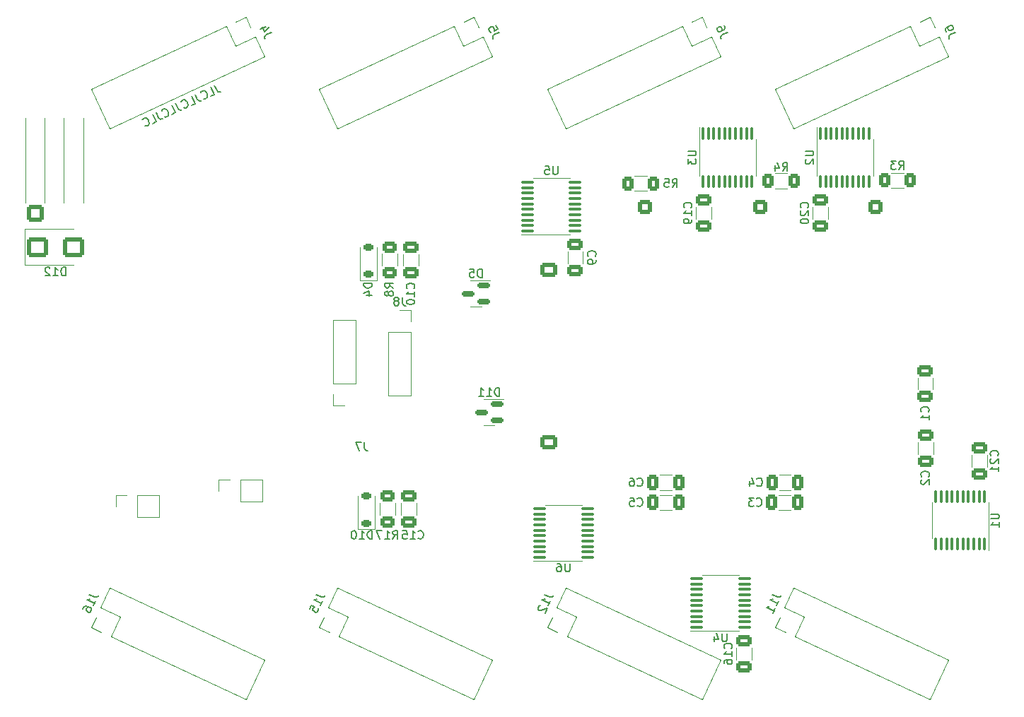
<source format=gbr>
%TF.GenerationSoftware,KiCad,Pcbnew,7.0.7*%
%TF.CreationDate,2023-11-11T20:47:19+01:00*%
%TF.ProjectId,LITEXCNC-HUB75HAT,4c495445-5843-44e4-932d-485542373548,rev?*%
%TF.SameCoordinates,Original*%
%TF.FileFunction,Legend,Bot*%
%TF.FilePolarity,Positive*%
%FSLAX46Y46*%
G04 Gerber Fmt 4.6, Leading zero omitted, Abs format (unit mm)*
G04 Created by KiCad (PCBNEW 7.0.7) date 2023-11-11 20:47:19*
%MOMM*%
%LPD*%
G01*
G04 APERTURE LIST*
G04 Aperture macros list*
%AMRoundRect*
0 Rectangle with rounded corners*
0 $1 Rounding radius*
0 $2 $3 $4 $5 $6 $7 $8 $9 X,Y pos of 4 corners*
0 Add a 4 corners polygon primitive as box body*
4,1,4,$2,$3,$4,$5,$6,$7,$8,$9,$2,$3,0*
0 Add four circle primitives for the rounded corners*
1,1,$1+$1,$2,$3*
1,1,$1+$1,$4,$5*
1,1,$1+$1,$6,$7*
1,1,$1+$1,$8,$9*
0 Add four rect primitives between the rounded corners*
20,1,$1+$1,$2,$3,$4,$5,0*
20,1,$1+$1,$4,$5,$6,$7,0*
20,1,$1+$1,$6,$7,$8,$9,0*
20,1,$1+$1,$8,$9,$2,$3,0*%
%AMHorizOval*
0 Thick line with rounded ends*
0 $1 width*
0 $2 $3 position (X,Y) of the first rounded end (center of the circle)*
0 $4 $5 position (X,Y) of the second rounded end (center of the circle)*
0 Add line between two ends*
20,1,$1,$2,$3,$4,$5,0*
0 Add two circle primitives to create the rounded ends*
1,1,$1,$2,$3*
1,1,$1,$4,$5*%
%AMRotRect*
0 Rectangle, with rotation*
0 The origin of the aperture is its center*
0 $1 length*
0 $2 width*
0 $3 Rotation angle, in degrees counterclockwise*
0 Add horizontal line*
21,1,$1,$2,0,0,$3*%
G04 Aperture macros list end*
%ADD10C,0.150000*%
%ADD11C,0.120000*%
%ADD12R,1.700000X1.700000*%
%ADD13O,1.700000X1.700000*%
%ADD14RoundRect,0.250000X-0.600000X-0.600000X0.600000X-0.600000X0.600000X0.600000X-0.600000X0.600000X0*%
%ADD15C,1.700000*%
%ADD16RoundRect,0.250000X0.750000X-0.600000X0.750000X0.600000X-0.750000X0.600000X-0.750000X-0.600000X0*%
%ADD17O,2.000000X1.700000*%
%ADD18C,3.100000*%
%ADD19C,4.700000*%
%ADD20RoundRect,0.250000X-1.000000X-0.900000X1.000000X-0.900000X1.000000X0.900000X-1.000000X0.900000X0*%
%ADD21RoundRect,0.250000X-0.650000X0.412500X-0.650000X-0.412500X0.650000X-0.412500X0.650000X0.412500X0*%
%ADD22RoundRect,0.225000X0.375000X-0.225000X0.375000X0.225000X-0.375000X0.225000X-0.375000X-0.225000X0*%
%ADD23RotRect,1.700000X1.700000X115.000000*%
%ADD24HorizOval,1.700000X0.000000X0.000000X0.000000X0.000000X0*%
%ADD25RotRect,1.700000X1.700000X245.000000*%
%ADD26HorizOval,1.700000X0.000000X0.000000X0.000000X0.000000X0*%
%ADD27RoundRect,0.250000X-0.400000X-0.625000X0.400000X-0.625000X0.400000X0.625000X-0.400000X0.625000X0*%
%ADD28RoundRect,0.250000X-0.412500X-0.650000X0.412500X-0.650000X0.412500X0.650000X-0.412500X0.650000X0*%
%ADD29RoundRect,0.250000X0.625000X-0.400000X0.625000X0.400000X-0.625000X0.400000X-0.625000X-0.400000X0*%
%ADD30RoundRect,0.250000X0.650000X-0.412500X0.650000X0.412500X-0.650000X0.412500X-0.650000X-0.412500X0*%
%ADD31RoundRect,0.100000X-0.637500X-0.100000X0.637500X-0.100000X0.637500X0.100000X-0.637500X0.100000X0*%
%ADD32RoundRect,0.150000X0.587500X0.150000X-0.587500X0.150000X-0.587500X-0.150000X0.587500X-0.150000X0*%
%ADD33RoundRect,0.100000X-0.100000X0.637500X-0.100000X-0.637500X0.100000X-0.637500X0.100000X0.637500X0*%
%ADD34RoundRect,0.100000X0.100000X-0.637500X0.100000X0.637500X-0.100000X0.637500X-0.100000X-0.637500X0*%
%ADD35C,2.600000*%
%ADD36RoundRect,0.250001X-0.799999X-0.799999X0.799999X-0.799999X0.799999X0.799999X-0.799999X0.799999X0*%
%ADD37C,2.100000*%
G04 APERTURE END LIST*
D10*
X48955876Y78446195D02*
X49257746Y77798833D01*
X49257746Y77798833D02*
X49361277Y77689485D01*
X49361277Y77689485D02*
X49487842Y77643419D01*
X49487842Y77643419D02*
X49637439Y77660636D01*
X49637439Y77660636D02*
X49723754Y77700885D01*
X48515343Y77137394D02*
X48946919Y77338641D01*
X48946919Y77338641D02*
X48524300Y78244949D01*
X47655101Y76841340D02*
X47718383Y76818307D01*
X47718383Y76818307D02*
X47867981Y76835524D01*
X47867981Y76835524D02*
X47954296Y76875773D01*
X47954296Y76875773D02*
X48063643Y76979305D01*
X48063643Y76979305D02*
X48109709Y77105869D01*
X48109709Y77105869D02*
X48112617Y77212309D01*
X48112617Y77212309D02*
X48075276Y77405063D01*
X48075276Y77405063D02*
X48014902Y77534536D01*
X48014902Y77534536D02*
X47891246Y77687041D01*
X47891246Y77687041D02*
X47807839Y77753232D01*
X47807839Y77753232D02*
X47681275Y77799297D01*
X47681275Y77799297D02*
X47531677Y77782081D01*
X47531677Y77782081D02*
X47445362Y77741832D01*
X47445362Y77741832D02*
X47336014Y77638300D01*
X47336014Y77638300D02*
X47312982Y77575018D01*
X46625370Y77359463D02*
X46927240Y76712100D01*
X46927240Y76712100D02*
X47030771Y76602752D01*
X47030771Y76602752D02*
X47157336Y76556686D01*
X47157336Y76556686D02*
X47306933Y76573903D01*
X47306933Y76573903D02*
X47393248Y76614152D01*
X46184837Y76050661D02*
X46616412Y76251908D01*
X46616412Y76251908D02*
X46193794Y77158216D01*
X45324595Y75754607D02*
X45387877Y75731574D01*
X45387877Y75731574D02*
X45537474Y75748791D01*
X45537474Y75748791D02*
X45623789Y75789040D01*
X45623789Y75789040D02*
X45733137Y75892572D01*
X45733137Y75892572D02*
X45779203Y76019136D01*
X45779203Y76019136D02*
X45782111Y76125576D01*
X45782111Y76125576D02*
X45744770Y76318331D01*
X45744770Y76318331D02*
X45684396Y76447803D01*
X45684396Y76447803D02*
X45560740Y76600309D01*
X45560740Y76600309D02*
X45477333Y76666499D01*
X45477333Y76666499D02*
X45350768Y76712565D01*
X45350768Y76712565D02*
X45201171Y76695348D01*
X45201171Y76695348D02*
X45114856Y76655099D01*
X45114856Y76655099D02*
X45005508Y76551567D01*
X45005508Y76551567D02*
X44982475Y76488285D01*
X44294863Y76272730D02*
X44596734Y75625367D01*
X44596734Y75625367D02*
X44700265Y75516019D01*
X44700265Y75516019D02*
X44826830Y75469954D01*
X44826830Y75469954D02*
X44976427Y75487170D01*
X44976427Y75487170D02*
X45062742Y75527419D01*
X43854331Y74963928D02*
X44285906Y75165175D01*
X44285906Y75165175D02*
X43863288Y76071483D01*
X42994089Y74667874D02*
X43057371Y74644842D01*
X43057371Y74644842D02*
X43206968Y74662058D01*
X43206968Y74662058D02*
X43293283Y74702307D01*
X43293283Y74702307D02*
X43402631Y74805839D01*
X43402631Y74805839D02*
X43448697Y74932403D01*
X43448697Y74932403D02*
X43451605Y75038843D01*
X43451605Y75038843D02*
X43414264Y75231598D01*
X43414264Y75231598D02*
X43353890Y75361070D01*
X43353890Y75361070D02*
X43230234Y75513576D01*
X43230234Y75513576D02*
X43146827Y75579766D01*
X43146827Y75579766D02*
X43020262Y75625832D01*
X43020262Y75625832D02*
X42870665Y75608615D01*
X42870665Y75608615D02*
X42784350Y75568366D01*
X42784350Y75568366D02*
X42675002Y75464834D01*
X42675002Y75464834D02*
X42651969Y75401552D01*
X41964357Y75185997D02*
X42266227Y74538634D01*
X42266227Y74538634D02*
X42369759Y74429286D01*
X42369759Y74429286D02*
X42496323Y74383221D01*
X42496323Y74383221D02*
X42645921Y74400437D01*
X42645921Y74400437D02*
X42732236Y74440687D01*
X41523825Y73877195D02*
X41955400Y74078442D01*
X41955400Y74078442D02*
X41532782Y74984750D01*
X40663583Y73581141D02*
X40726865Y73558109D01*
X40726865Y73558109D02*
X40876462Y73575325D01*
X40876462Y73575325D02*
X40962777Y73615575D01*
X40962777Y73615575D02*
X41072125Y73719106D01*
X41072125Y73719106D02*
X41118191Y73845670D01*
X41118191Y73845670D02*
X41121099Y73952110D01*
X41121099Y73952110D02*
X41083758Y74144865D01*
X41083758Y74144865D02*
X41023384Y74274337D01*
X41023384Y74274337D02*
X40899727Y74426843D01*
X40899727Y74426843D02*
X40816321Y74493033D01*
X40816321Y74493033D02*
X40689756Y74539099D01*
X40689756Y74539099D02*
X40540159Y74521882D01*
X40540159Y74521882D02*
X40453844Y74481633D01*
X40453844Y74481633D02*
X40344496Y74378101D01*
X40344496Y74378101D02*
X40321463Y74314819D01*
X31128285Y55619180D02*
X31128285Y56619180D01*
X31128285Y56619180D02*
X30890190Y56619180D01*
X30890190Y56619180D02*
X30747333Y56571561D01*
X30747333Y56571561D02*
X30652095Y56476323D01*
X30652095Y56476323D02*
X30604476Y56381085D01*
X30604476Y56381085D02*
X30556857Y56190609D01*
X30556857Y56190609D02*
X30556857Y56047752D01*
X30556857Y56047752D02*
X30604476Y55857276D01*
X30604476Y55857276D02*
X30652095Y55762038D01*
X30652095Y55762038D02*
X30747333Y55666800D01*
X30747333Y55666800D02*
X30890190Y55619180D01*
X30890190Y55619180D02*
X31128285Y55619180D01*
X29604476Y55619180D02*
X30175904Y55619180D01*
X29890190Y55619180D02*
X29890190Y56619180D01*
X29890190Y56619180D02*
X29985428Y56476323D01*
X29985428Y56476323D02*
X30080666Y56381085D01*
X30080666Y56381085D02*
X30175904Y56333466D01*
X29223523Y56523942D02*
X29175904Y56571561D01*
X29175904Y56571561D02*
X29080666Y56619180D01*
X29080666Y56619180D02*
X28842571Y56619180D01*
X28842571Y56619180D02*
X28747333Y56571561D01*
X28747333Y56571561D02*
X28699714Y56523942D01*
X28699714Y56523942D02*
X28652095Y56428704D01*
X28652095Y56428704D02*
X28652095Y56333466D01*
X28652095Y56333466D02*
X28699714Y56190609D01*
X28699714Y56190609D02*
X29271142Y55619180D01*
X29271142Y55619180D02*
X28652095Y55619180D01*
X110837580Y10948857D02*
X110885200Y10996476D01*
X110885200Y10996476D02*
X110932819Y11139333D01*
X110932819Y11139333D02*
X110932819Y11234571D01*
X110932819Y11234571D02*
X110885200Y11377428D01*
X110885200Y11377428D02*
X110789961Y11472666D01*
X110789961Y11472666D02*
X110694723Y11520285D01*
X110694723Y11520285D02*
X110504247Y11567904D01*
X110504247Y11567904D02*
X110361390Y11567904D01*
X110361390Y11567904D02*
X110170914Y11520285D01*
X110170914Y11520285D02*
X110075676Y11472666D01*
X110075676Y11472666D02*
X109980438Y11377428D01*
X109980438Y11377428D02*
X109932819Y11234571D01*
X109932819Y11234571D02*
X109932819Y11139333D01*
X109932819Y11139333D02*
X109980438Y10996476D01*
X109980438Y10996476D02*
X110028057Y10948857D01*
X110932819Y9996476D02*
X110932819Y10567904D01*
X110932819Y10282190D02*
X109932819Y10282190D01*
X109932819Y10282190D02*
X110075676Y10377428D01*
X110075676Y10377428D02*
X110170914Y10472666D01*
X110170914Y10472666D02*
X110218533Y10567904D01*
X109932819Y9139333D02*
X109932819Y9329809D01*
X109932819Y9329809D02*
X109980438Y9425047D01*
X109980438Y9425047D02*
X110028057Y9472666D01*
X110028057Y9472666D02*
X110170914Y9567904D01*
X110170914Y9567904D02*
X110361390Y9615523D01*
X110361390Y9615523D02*
X110742342Y9615523D01*
X110742342Y9615523D02*
X110837580Y9567904D01*
X110837580Y9567904D02*
X110885200Y9520285D01*
X110885200Y9520285D02*
X110932819Y9425047D01*
X110932819Y9425047D02*
X110932819Y9234571D01*
X110932819Y9234571D02*
X110885200Y9139333D01*
X110885200Y9139333D02*
X110837580Y9091714D01*
X110837580Y9091714D02*
X110742342Y9044095D01*
X110742342Y9044095D02*
X110504247Y9044095D01*
X110504247Y9044095D02*
X110409009Y9091714D01*
X110409009Y9091714D02*
X110361390Y9139333D01*
X110361390Y9139333D02*
X110313771Y9234571D01*
X110313771Y9234571D02*
X110313771Y9425047D01*
X110313771Y9425047D02*
X110361390Y9520285D01*
X110361390Y9520285D02*
X110409009Y9567904D01*
X110409009Y9567904D02*
X110504247Y9615523D01*
X67824819Y54732094D02*
X66824819Y54732094D01*
X66824819Y54732094D02*
X66824819Y54493999D01*
X66824819Y54493999D02*
X66872438Y54351142D01*
X66872438Y54351142D02*
X66967676Y54255904D01*
X66967676Y54255904D02*
X67062914Y54208285D01*
X67062914Y54208285D02*
X67253390Y54160666D01*
X67253390Y54160666D02*
X67396247Y54160666D01*
X67396247Y54160666D02*
X67586723Y54208285D01*
X67586723Y54208285D02*
X67681961Y54255904D01*
X67681961Y54255904D02*
X67777200Y54351142D01*
X67777200Y54351142D02*
X67824819Y54493999D01*
X67824819Y54493999D02*
X67824819Y54732094D01*
X67158152Y53303523D02*
X67824819Y53303523D01*
X66777200Y53541618D02*
X67491485Y53779713D01*
X67491485Y53779713D02*
X67491485Y53160666D01*
X119981580Y63780857D02*
X120029200Y63828476D01*
X120029200Y63828476D02*
X120076819Y63971333D01*
X120076819Y63971333D02*
X120076819Y64066571D01*
X120076819Y64066571D02*
X120029200Y64209428D01*
X120029200Y64209428D02*
X119933961Y64304666D01*
X119933961Y64304666D02*
X119838723Y64352285D01*
X119838723Y64352285D02*
X119648247Y64399904D01*
X119648247Y64399904D02*
X119505390Y64399904D01*
X119505390Y64399904D02*
X119314914Y64352285D01*
X119314914Y64352285D02*
X119219676Y64304666D01*
X119219676Y64304666D02*
X119124438Y64209428D01*
X119124438Y64209428D02*
X119076819Y64066571D01*
X119076819Y64066571D02*
X119076819Y63971333D01*
X119076819Y63971333D02*
X119124438Y63828476D01*
X119124438Y63828476D02*
X119172057Y63780857D01*
X119172057Y63399904D02*
X119124438Y63352285D01*
X119124438Y63352285D02*
X119076819Y63257047D01*
X119076819Y63257047D02*
X119076819Y63018952D01*
X119076819Y63018952D02*
X119124438Y62923714D01*
X119124438Y62923714D02*
X119172057Y62876095D01*
X119172057Y62876095D02*
X119267295Y62828476D01*
X119267295Y62828476D02*
X119362533Y62828476D01*
X119362533Y62828476D02*
X119505390Y62876095D01*
X119505390Y62876095D02*
X120076819Y63447523D01*
X120076819Y63447523D02*
X120076819Y62828476D01*
X119076819Y62209428D02*
X119076819Y62114190D01*
X119076819Y62114190D02*
X119124438Y62018952D01*
X119124438Y62018952D02*
X119172057Y61971333D01*
X119172057Y61971333D02*
X119267295Y61923714D01*
X119267295Y61923714D02*
X119457771Y61876095D01*
X119457771Y61876095D02*
X119695866Y61876095D01*
X119695866Y61876095D02*
X119886342Y61923714D01*
X119886342Y61923714D02*
X119981580Y61971333D01*
X119981580Y61971333D02*
X120029200Y62018952D01*
X120029200Y62018952D02*
X120076819Y62114190D01*
X120076819Y62114190D02*
X120076819Y62209428D01*
X120076819Y62209428D02*
X120029200Y62304666D01*
X120029200Y62304666D02*
X119981580Y62352285D01*
X119981580Y62352285D02*
X119886342Y62399904D01*
X119886342Y62399904D02*
X119695866Y62447523D01*
X119695866Y62447523D02*
X119457771Y62447523D01*
X119457771Y62447523D02*
X119267295Y62399904D01*
X119267295Y62399904D02*
X119172057Y62352285D01*
X119172057Y62352285D02*
X119124438Y62304666D01*
X119124438Y62304666D02*
X119076819Y62209428D01*
X71453333Y53040180D02*
X71453333Y52325895D01*
X71453333Y52325895D02*
X71500952Y52183038D01*
X71500952Y52183038D02*
X71596190Y52087800D01*
X71596190Y52087800D02*
X71739047Y52040180D01*
X71739047Y52040180D02*
X71834285Y52040180D01*
X70834285Y52611609D02*
X70929523Y52659228D01*
X70929523Y52659228D02*
X70977142Y52706847D01*
X70977142Y52706847D02*
X71024761Y52802085D01*
X71024761Y52802085D02*
X71024761Y52849704D01*
X71024761Y52849704D02*
X70977142Y52944942D01*
X70977142Y52944942D02*
X70929523Y52992561D01*
X70929523Y52992561D02*
X70834285Y53040180D01*
X70834285Y53040180D02*
X70643809Y53040180D01*
X70643809Y53040180D02*
X70548571Y52992561D01*
X70548571Y52992561D02*
X70500952Y52944942D01*
X70500952Y52944942D02*
X70453333Y52849704D01*
X70453333Y52849704D02*
X70453333Y52802085D01*
X70453333Y52802085D02*
X70500952Y52706847D01*
X70500952Y52706847D02*
X70548571Y52659228D01*
X70548571Y52659228D02*
X70643809Y52611609D01*
X70643809Y52611609D02*
X70834285Y52611609D01*
X70834285Y52611609D02*
X70929523Y52563990D01*
X70929523Y52563990D02*
X70977142Y52516371D01*
X70977142Y52516371D02*
X71024761Y52421133D01*
X71024761Y52421133D02*
X71024761Y52230657D01*
X71024761Y52230657D02*
X70977142Y52135419D01*
X70977142Y52135419D02*
X70929523Y52087800D01*
X70929523Y52087800D02*
X70834285Y52040180D01*
X70834285Y52040180D02*
X70643809Y52040180D01*
X70643809Y52040180D02*
X70548571Y52087800D01*
X70548571Y52087800D02*
X70500952Y52135419D01*
X70500952Y52135419D02*
X70453333Y52230657D01*
X70453333Y52230657D02*
X70453333Y52421133D01*
X70453333Y52421133D02*
X70500952Y52516371D01*
X70500952Y52516371D02*
X70548571Y52563990D01*
X70548571Y52563990D02*
X70643809Y52611609D01*
X55752171Y84783941D02*
X55104808Y84482071D01*
X55104808Y84482071D02*
X54995460Y84378539D01*
X54995460Y84378539D02*
X54949395Y84251975D01*
X54949395Y84251975D02*
X54966611Y84102378D01*
X54966611Y84102378D02*
X55006861Y84016063D01*
X55067699Y85463061D02*
X54463494Y85181316D01*
X55513583Y85408271D02*
X54966844Y84890614D01*
X54966844Y84890614D02*
X54705223Y85451661D01*
X88440118Y17403896D02*
X89087481Y17102026D01*
X89087481Y17102026D02*
X89237078Y17084810D01*
X89237078Y17084810D02*
X89363642Y17130875D01*
X89363642Y17130875D02*
X89467174Y17240223D01*
X89467174Y17240223D02*
X89507423Y17326538D01*
X88923808Y16074970D02*
X89165304Y16592860D01*
X89044556Y16333915D02*
X88138248Y16756533D01*
X88138248Y16756533D02*
X88307970Y16782474D01*
X88307970Y16782474D02*
X88434534Y16828540D01*
X88434534Y16828540D02*
X88517941Y16894730D01*
X87942817Y16112079D02*
X87879535Y16089046D01*
X87879535Y16089046D02*
X87796128Y16022856D01*
X87796128Y16022856D02*
X87695505Y15807068D01*
X87695505Y15807068D02*
X87698413Y15700628D01*
X87698413Y15700628D02*
X87721446Y15637346D01*
X87721446Y15637346D02*
X87787636Y15553939D01*
X87787636Y15553939D02*
X87873951Y15513690D01*
X87873951Y15513690D02*
X88023548Y15496473D01*
X88023548Y15496473D02*
X88782935Y15772867D01*
X88782935Y15772867D02*
X88521314Y15211820D01*
X103757066Y66239180D02*
X104090399Y66715371D01*
X104328494Y66239180D02*
X104328494Y67239180D01*
X104328494Y67239180D02*
X103947542Y67239180D01*
X103947542Y67239180D02*
X103852304Y67191561D01*
X103852304Y67191561D02*
X103804685Y67143942D01*
X103804685Y67143942D02*
X103757066Y67048704D01*
X103757066Y67048704D02*
X103757066Y66905847D01*
X103757066Y66905847D02*
X103804685Y66810609D01*
X103804685Y66810609D02*
X103852304Y66762990D01*
X103852304Y66762990D02*
X103947542Y66715371D01*
X103947542Y66715371D02*
X104328494Y66715371D01*
X102852304Y67239180D02*
X103328494Y67239180D01*
X103328494Y67239180D02*
X103376113Y66762990D01*
X103376113Y66762990D02*
X103328494Y66810609D01*
X103328494Y66810609D02*
X103233256Y66858228D01*
X103233256Y66858228D02*
X102995161Y66858228D01*
X102995161Y66858228D02*
X102899923Y66810609D01*
X102899923Y66810609D02*
X102852304Y66762990D01*
X102852304Y66762990D02*
X102804685Y66667752D01*
X102804685Y66667752D02*
X102804685Y66429657D01*
X102804685Y66429657D02*
X102852304Y66334419D01*
X102852304Y66334419D02*
X102899923Y66286800D01*
X102899923Y66286800D02*
X102995161Y66239180D01*
X102995161Y66239180D02*
X103233256Y66239180D01*
X103233256Y66239180D02*
X103328494Y66286800D01*
X103328494Y66286800D02*
X103376113Y66334419D01*
X99591466Y30469619D02*
X99639085Y30422000D01*
X99639085Y30422000D02*
X99781942Y30374380D01*
X99781942Y30374380D02*
X99877180Y30374380D01*
X99877180Y30374380D02*
X100020037Y30422000D01*
X100020037Y30422000D02*
X100115275Y30517238D01*
X100115275Y30517238D02*
X100162894Y30612476D01*
X100162894Y30612476D02*
X100210513Y30802952D01*
X100210513Y30802952D02*
X100210513Y30945809D01*
X100210513Y30945809D02*
X100162894Y31136285D01*
X100162894Y31136285D02*
X100115275Y31231523D01*
X100115275Y31231523D02*
X100020037Y31326761D01*
X100020037Y31326761D02*
X99877180Y31374380D01*
X99877180Y31374380D02*
X99781942Y31374380D01*
X99781942Y31374380D02*
X99639085Y31326761D01*
X99639085Y31326761D02*
X99591466Y31279142D01*
X98734323Y31374380D02*
X98924799Y31374380D01*
X98924799Y31374380D02*
X99020037Y31326761D01*
X99020037Y31326761D02*
X99067656Y31279142D01*
X99067656Y31279142D02*
X99162894Y31136285D01*
X99162894Y31136285D02*
X99210513Y30945809D01*
X99210513Y30945809D02*
X99210513Y30564857D01*
X99210513Y30564857D02*
X99162894Y30469619D01*
X99162894Y30469619D02*
X99115275Y30422000D01*
X99115275Y30422000D02*
X99020037Y30374380D01*
X99020037Y30374380D02*
X98829561Y30374380D01*
X98829561Y30374380D02*
X98734323Y30422000D01*
X98734323Y30422000D02*
X98686704Y30469619D01*
X98686704Y30469619D02*
X98639085Y30564857D01*
X98639085Y30564857D02*
X98639085Y30802952D01*
X98639085Y30802952D02*
X98686704Y30898190D01*
X98686704Y30898190D02*
X98734323Y30945809D01*
X98734323Y30945809D02*
X98829561Y30993428D01*
X98829561Y30993428D02*
X99020037Y30993428D01*
X99020037Y30993428D02*
X99115275Y30945809D01*
X99115275Y30945809D02*
X99162894Y30898190D01*
X99162894Y30898190D02*
X99210513Y30802952D01*
X70364819Y54160666D02*
X69888628Y54493999D01*
X70364819Y54732094D02*
X69364819Y54732094D01*
X69364819Y54732094D02*
X69364819Y54351142D01*
X69364819Y54351142D02*
X69412438Y54255904D01*
X69412438Y54255904D02*
X69460057Y54208285D01*
X69460057Y54208285D02*
X69555295Y54160666D01*
X69555295Y54160666D02*
X69698152Y54160666D01*
X69698152Y54160666D02*
X69793390Y54208285D01*
X69793390Y54208285D02*
X69841009Y54255904D01*
X69841009Y54255904D02*
X69888628Y54351142D01*
X69888628Y54351142D02*
X69888628Y54732094D01*
X69793390Y53589237D02*
X69745771Y53684475D01*
X69745771Y53684475D02*
X69698152Y53732094D01*
X69698152Y53732094D02*
X69602914Y53779713D01*
X69602914Y53779713D02*
X69555295Y53779713D01*
X69555295Y53779713D02*
X69460057Y53732094D01*
X69460057Y53732094D02*
X69412438Y53684475D01*
X69412438Y53684475D02*
X69364819Y53589237D01*
X69364819Y53589237D02*
X69364819Y53398761D01*
X69364819Y53398761D02*
X69412438Y53303523D01*
X69412438Y53303523D02*
X69460057Y53255904D01*
X69460057Y53255904D02*
X69555295Y53208285D01*
X69555295Y53208285D02*
X69602914Y53208285D01*
X69602914Y53208285D02*
X69698152Y53255904D01*
X69698152Y53255904D02*
X69745771Y53303523D01*
X69745771Y53303523D02*
X69793390Y53398761D01*
X69793390Y53398761D02*
X69793390Y53589237D01*
X69793390Y53589237D02*
X69841009Y53684475D01*
X69841009Y53684475D02*
X69888628Y53732094D01*
X69888628Y53732094D02*
X69983866Y53779713D01*
X69983866Y53779713D02*
X70174342Y53779713D01*
X70174342Y53779713D02*
X70269580Y53732094D01*
X70269580Y53732094D02*
X70317200Y53684475D01*
X70317200Y53684475D02*
X70364819Y53589237D01*
X70364819Y53589237D02*
X70364819Y53398761D01*
X70364819Y53398761D02*
X70317200Y53303523D01*
X70317200Y53303523D02*
X70269580Y53255904D01*
X70269580Y53255904D02*
X70174342Y53208285D01*
X70174342Y53208285D02*
X69983866Y53208285D01*
X69983866Y53208285D02*
X69888628Y53255904D01*
X69888628Y53255904D02*
X69841009Y53303523D01*
X69841009Y53303523D02*
X69793390Y53398761D01*
X115745118Y17403896D02*
X116392481Y17102026D01*
X116392481Y17102026D02*
X116542078Y17084810D01*
X116542078Y17084810D02*
X116668642Y17130875D01*
X116668642Y17130875D02*
X116772174Y17240223D01*
X116772174Y17240223D02*
X116812423Y17326538D01*
X116228808Y16074970D02*
X116470304Y16592860D01*
X116349556Y16333915D02*
X115443248Y16756533D01*
X115443248Y16756533D02*
X115612970Y16782474D01*
X115612970Y16782474D02*
X115739534Y16828540D01*
X115739534Y16828540D02*
X115822941Y16894730D01*
X115826314Y15211820D02*
X116067810Y15729710D01*
X115947062Y15470765D02*
X115040754Y15893383D01*
X115040754Y15893383D02*
X115210476Y15919324D01*
X115210476Y15919324D02*
X115337041Y15965390D01*
X115337041Y15965390D02*
X115420447Y16031580D01*
X134404580Y39301666D02*
X134452200Y39349285D01*
X134452200Y39349285D02*
X134499819Y39492142D01*
X134499819Y39492142D02*
X134499819Y39587380D01*
X134499819Y39587380D02*
X134452200Y39730237D01*
X134452200Y39730237D02*
X134356961Y39825475D01*
X134356961Y39825475D02*
X134261723Y39873094D01*
X134261723Y39873094D02*
X134071247Y39920713D01*
X134071247Y39920713D02*
X133928390Y39920713D01*
X133928390Y39920713D02*
X133737914Y39873094D01*
X133737914Y39873094D02*
X133642676Y39825475D01*
X133642676Y39825475D02*
X133547438Y39730237D01*
X133547438Y39730237D02*
X133499819Y39587380D01*
X133499819Y39587380D02*
X133499819Y39492142D01*
X133499819Y39492142D02*
X133547438Y39349285D01*
X133547438Y39349285D02*
X133595057Y39301666D01*
X134499819Y38349285D02*
X134499819Y38920713D01*
X134499819Y38634999D02*
X133499819Y38634999D01*
X133499819Y38634999D02*
X133642676Y38730237D01*
X133642676Y38730237D02*
X133737914Y38825475D01*
X133737914Y38825475D02*
X133785533Y38920713D01*
X113853966Y28082019D02*
X113901585Y28034400D01*
X113901585Y28034400D02*
X114044442Y27986780D01*
X114044442Y27986780D02*
X114139680Y27986780D01*
X114139680Y27986780D02*
X114282537Y28034400D01*
X114282537Y28034400D02*
X114377775Y28129638D01*
X114377775Y28129638D02*
X114425394Y28224876D01*
X114425394Y28224876D02*
X114473013Y28415352D01*
X114473013Y28415352D02*
X114473013Y28558209D01*
X114473013Y28558209D02*
X114425394Y28748685D01*
X114425394Y28748685D02*
X114377775Y28843923D01*
X114377775Y28843923D02*
X114282537Y28939161D01*
X114282537Y28939161D02*
X114139680Y28986780D01*
X114139680Y28986780D02*
X114044442Y28986780D01*
X114044442Y28986780D02*
X113901585Y28939161D01*
X113901585Y28939161D02*
X113853966Y28891542D01*
X113520632Y28986780D02*
X112901585Y28986780D01*
X112901585Y28986780D02*
X113234918Y28605828D01*
X113234918Y28605828D02*
X113092061Y28605828D01*
X113092061Y28605828D02*
X112996823Y28558209D01*
X112996823Y28558209D02*
X112949204Y28510590D01*
X112949204Y28510590D02*
X112901585Y28415352D01*
X112901585Y28415352D02*
X112901585Y28177257D01*
X112901585Y28177257D02*
X112949204Y28082019D01*
X112949204Y28082019D02*
X112996823Y28034400D01*
X112996823Y28034400D02*
X113092061Y27986780D01*
X113092061Y27986780D02*
X113377775Y27986780D01*
X113377775Y27986780D02*
X113473013Y28034400D01*
X113473013Y28034400D02*
X113520632Y28082019D01*
X90044404Y68763180D02*
X90044404Y67953657D01*
X90044404Y67953657D02*
X89996785Y67858419D01*
X89996785Y67858419D02*
X89949166Y67810800D01*
X89949166Y67810800D02*
X89853928Y67763180D01*
X89853928Y67763180D02*
X89663452Y67763180D01*
X89663452Y67763180D02*
X89568214Y67810800D01*
X89568214Y67810800D02*
X89520595Y67858419D01*
X89520595Y67858419D02*
X89472976Y67953657D01*
X89472976Y67953657D02*
X89472976Y68763180D01*
X88520595Y68763180D02*
X88996785Y68763180D01*
X88996785Y68763180D02*
X89044404Y68286990D01*
X89044404Y68286990D02*
X88996785Y68334609D01*
X88996785Y68334609D02*
X88901547Y68382228D01*
X88901547Y68382228D02*
X88663452Y68382228D01*
X88663452Y68382228D02*
X88568214Y68334609D01*
X88568214Y68334609D02*
X88520595Y68286990D01*
X88520595Y68286990D02*
X88472976Y68191752D01*
X88472976Y68191752D02*
X88472976Y67953657D01*
X88472976Y67953657D02*
X88520595Y67858419D01*
X88520595Y67858419D02*
X88568214Y67810800D01*
X88568214Y67810800D02*
X88663452Y67763180D01*
X88663452Y67763180D02*
X88901547Y67763180D01*
X88901547Y67763180D02*
X88996785Y67810800D01*
X88996785Y67810800D02*
X89044404Y67858419D01*
X73346857Y24170419D02*
X73394476Y24122800D01*
X73394476Y24122800D02*
X73537333Y24075180D01*
X73537333Y24075180D02*
X73632571Y24075180D01*
X73632571Y24075180D02*
X73775428Y24122800D01*
X73775428Y24122800D02*
X73870666Y24218038D01*
X73870666Y24218038D02*
X73918285Y24313276D01*
X73918285Y24313276D02*
X73965904Y24503752D01*
X73965904Y24503752D02*
X73965904Y24646609D01*
X73965904Y24646609D02*
X73918285Y24837085D01*
X73918285Y24837085D02*
X73870666Y24932323D01*
X73870666Y24932323D02*
X73775428Y25027561D01*
X73775428Y25027561D02*
X73632571Y25075180D01*
X73632571Y25075180D02*
X73537333Y25075180D01*
X73537333Y25075180D02*
X73394476Y25027561D01*
X73394476Y25027561D02*
X73346857Y24979942D01*
X72394476Y24075180D02*
X72965904Y24075180D01*
X72680190Y24075180D02*
X72680190Y25075180D01*
X72680190Y25075180D02*
X72775428Y24932323D01*
X72775428Y24932323D02*
X72870666Y24837085D01*
X72870666Y24837085D02*
X72965904Y24789466D01*
X71489714Y25075180D02*
X71965904Y25075180D01*
X71965904Y25075180D02*
X72013523Y24598990D01*
X72013523Y24598990D02*
X71965904Y24646609D01*
X71965904Y24646609D02*
X71870666Y24694228D01*
X71870666Y24694228D02*
X71632571Y24694228D01*
X71632571Y24694228D02*
X71537333Y24646609D01*
X71537333Y24646609D02*
X71489714Y24598990D01*
X71489714Y24598990D02*
X71442095Y24503752D01*
X71442095Y24503752D02*
X71442095Y24265657D01*
X71442095Y24265657D02*
X71489714Y24170419D01*
X71489714Y24170419D02*
X71537333Y24122800D01*
X71537333Y24122800D02*
X71632571Y24075180D01*
X71632571Y24075180D02*
X71870666Y24075180D01*
X71870666Y24075180D02*
X71965904Y24122800D01*
X71965904Y24122800D02*
X72013523Y24170419D01*
X106011580Y63780857D02*
X106059200Y63828476D01*
X106059200Y63828476D02*
X106106819Y63971333D01*
X106106819Y63971333D02*
X106106819Y64066571D01*
X106106819Y64066571D02*
X106059200Y64209428D01*
X106059200Y64209428D02*
X105963961Y64304666D01*
X105963961Y64304666D02*
X105868723Y64352285D01*
X105868723Y64352285D02*
X105678247Y64399904D01*
X105678247Y64399904D02*
X105535390Y64399904D01*
X105535390Y64399904D02*
X105344914Y64352285D01*
X105344914Y64352285D02*
X105249676Y64304666D01*
X105249676Y64304666D02*
X105154438Y64209428D01*
X105154438Y64209428D02*
X105106819Y64066571D01*
X105106819Y64066571D02*
X105106819Y63971333D01*
X105106819Y63971333D02*
X105154438Y63828476D01*
X105154438Y63828476D02*
X105202057Y63780857D01*
X106106819Y62828476D02*
X106106819Y63399904D01*
X106106819Y63114190D02*
X105106819Y63114190D01*
X105106819Y63114190D02*
X105249676Y63209428D01*
X105249676Y63209428D02*
X105344914Y63304666D01*
X105344914Y63304666D02*
X105392533Y63399904D01*
X106106819Y62352285D02*
X106106819Y62161809D01*
X106106819Y62161809D02*
X106059200Y62066571D01*
X106059200Y62066571D02*
X106011580Y62018952D01*
X106011580Y62018952D02*
X105868723Y61923714D01*
X105868723Y61923714D02*
X105678247Y61876095D01*
X105678247Y61876095D02*
X105297295Y61876095D01*
X105297295Y61876095D02*
X105202057Y61923714D01*
X105202057Y61923714D02*
X105154438Y61971333D01*
X105154438Y61971333D02*
X105106819Y62066571D01*
X105106819Y62066571D02*
X105106819Y62257047D01*
X105106819Y62257047D02*
X105154438Y62352285D01*
X105154438Y62352285D02*
X105202057Y62399904D01*
X105202057Y62399904D02*
X105297295Y62447523D01*
X105297295Y62447523D02*
X105535390Y62447523D01*
X105535390Y62447523D02*
X105630628Y62399904D01*
X105630628Y62399904D02*
X105678247Y62352285D01*
X105678247Y62352285D02*
X105725866Y62257047D01*
X105725866Y62257047D02*
X105725866Y62066571D01*
X105725866Y62066571D02*
X105678247Y61971333D01*
X105678247Y61971333D02*
X105630628Y61923714D01*
X105630628Y61923714D02*
X105535390Y61876095D01*
X134441580Y31554666D02*
X134489200Y31602285D01*
X134489200Y31602285D02*
X134536819Y31745142D01*
X134536819Y31745142D02*
X134536819Y31840380D01*
X134536819Y31840380D02*
X134489200Y31983237D01*
X134489200Y31983237D02*
X134393961Y32078475D01*
X134393961Y32078475D02*
X134298723Y32126094D01*
X134298723Y32126094D02*
X134108247Y32173713D01*
X134108247Y32173713D02*
X133965390Y32173713D01*
X133965390Y32173713D02*
X133774914Y32126094D01*
X133774914Y32126094D02*
X133679676Y32078475D01*
X133679676Y32078475D02*
X133584438Y31983237D01*
X133584438Y31983237D02*
X133536819Y31840380D01*
X133536819Y31840380D02*
X133536819Y31745142D01*
X133536819Y31745142D02*
X133584438Y31602285D01*
X133584438Y31602285D02*
X133632057Y31554666D01*
X133632057Y31173713D02*
X133584438Y31126094D01*
X133584438Y31126094D02*
X133536819Y31030856D01*
X133536819Y31030856D02*
X133536819Y30792761D01*
X133536819Y30792761D02*
X133584438Y30697523D01*
X133584438Y30697523D02*
X133632057Y30649904D01*
X133632057Y30649904D02*
X133727295Y30602285D01*
X133727295Y30602285D02*
X133822533Y30602285D01*
X133822533Y30602285D02*
X133965390Y30649904D01*
X133965390Y30649904D02*
X134536819Y31221332D01*
X134536819Y31221332D02*
X134536819Y30602285D01*
X70298857Y24075180D02*
X70632190Y24551371D01*
X70870285Y24075180D02*
X70870285Y25075180D01*
X70870285Y25075180D02*
X70489333Y25075180D01*
X70489333Y25075180D02*
X70394095Y25027561D01*
X70394095Y25027561D02*
X70346476Y24979942D01*
X70346476Y24979942D02*
X70298857Y24884704D01*
X70298857Y24884704D02*
X70298857Y24741847D01*
X70298857Y24741847D02*
X70346476Y24646609D01*
X70346476Y24646609D02*
X70394095Y24598990D01*
X70394095Y24598990D02*
X70489333Y24551371D01*
X70489333Y24551371D02*
X70870285Y24551371D01*
X69346476Y24075180D02*
X69917904Y24075180D01*
X69632190Y24075180D02*
X69632190Y25075180D01*
X69632190Y25075180D02*
X69727428Y24932323D01*
X69727428Y24932323D02*
X69822666Y24837085D01*
X69822666Y24837085D02*
X69917904Y24789466D01*
X69013142Y25075180D02*
X68346476Y25075180D01*
X68346476Y25075180D02*
X68775047Y24075180D01*
X67822285Y24075180D02*
X67822285Y25075180D01*
X67822285Y25075180D02*
X67584190Y25075180D01*
X67584190Y25075180D02*
X67441333Y25027561D01*
X67441333Y25027561D02*
X67346095Y24932323D01*
X67346095Y24932323D02*
X67298476Y24837085D01*
X67298476Y24837085D02*
X67250857Y24646609D01*
X67250857Y24646609D02*
X67250857Y24503752D01*
X67250857Y24503752D02*
X67298476Y24313276D01*
X67298476Y24313276D02*
X67346095Y24218038D01*
X67346095Y24218038D02*
X67441333Y24122800D01*
X67441333Y24122800D02*
X67584190Y24075180D01*
X67584190Y24075180D02*
X67822285Y24075180D01*
X66298476Y24075180D02*
X66869904Y24075180D01*
X66584190Y24075180D02*
X66584190Y25075180D01*
X66584190Y25075180D02*
X66679428Y24932323D01*
X66679428Y24932323D02*
X66774666Y24837085D01*
X66774666Y24837085D02*
X66869904Y24789466D01*
X65679428Y25075180D02*
X65584190Y25075180D01*
X65584190Y25075180D02*
X65488952Y25027561D01*
X65488952Y25027561D02*
X65441333Y24979942D01*
X65441333Y24979942D02*
X65393714Y24884704D01*
X65393714Y24884704D02*
X65346095Y24694228D01*
X65346095Y24694228D02*
X65346095Y24456133D01*
X65346095Y24456133D02*
X65393714Y24265657D01*
X65393714Y24265657D02*
X65441333Y24170419D01*
X65441333Y24170419D02*
X65488952Y24122800D01*
X65488952Y24122800D02*
X65584190Y24075180D01*
X65584190Y24075180D02*
X65679428Y24075180D01*
X65679428Y24075180D02*
X65774666Y24122800D01*
X65774666Y24122800D02*
X65822285Y24170419D01*
X65822285Y24170419D02*
X65869904Y24265657D01*
X65869904Y24265657D02*
X65917523Y24456133D01*
X65917523Y24456133D02*
X65917523Y24694228D01*
X65917523Y24694228D02*
X65869904Y24884704D01*
X65869904Y24884704D02*
X65822285Y24979942D01*
X65822285Y24979942D02*
X65774666Y25027561D01*
X65774666Y25027561D02*
X65679428Y25075180D01*
X110362171Y84783941D02*
X109714808Y84482071D01*
X109714808Y84482071D02*
X109605460Y84378539D01*
X109605460Y84378539D02*
X109559395Y84251975D01*
X109559395Y84251975D02*
X109576611Y84102378D01*
X109576611Y84102378D02*
X109616861Y84016063D01*
X109979802Y85603934D02*
X110060301Y85431304D01*
X110060301Y85431304D02*
X110057393Y85324864D01*
X110057393Y85324864D02*
X110034360Y85261582D01*
X110034360Y85261582D02*
X109945137Y85114893D01*
X109945137Y85114893D02*
X109792631Y84991237D01*
X109792631Y84991237D02*
X109447371Y84830239D01*
X109447371Y84830239D02*
X109340931Y84833148D01*
X109340931Y84833148D02*
X109277649Y84856180D01*
X109277649Y84856180D02*
X109194242Y84922371D01*
X109194242Y84922371D02*
X109113744Y85095001D01*
X109113744Y85095001D02*
X109116652Y85201441D01*
X109116652Y85201441D02*
X109139685Y85264723D01*
X109139685Y85264723D02*
X109205875Y85348130D01*
X109205875Y85348130D02*
X109421663Y85448753D01*
X109421663Y85448753D02*
X109528102Y85445845D01*
X109528102Y85445845D02*
X109591384Y85422812D01*
X109591384Y85422812D02*
X109674791Y85356622D01*
X109674791Y85356622D02*
X109755290Y85183992D01*
X109755290Y85183992D02*
X109752382Y85077552D01*
X109752382Y85077552D02*
X109729349Y85014270D01*
X109729349Y85014270D02*
X109663159Y84930863D01*
X83062285Y41207180D02*
X83062285Y42207180D01*
X83062285Y42207180D02*
X82824190Y42207180D01*
X82824190Y42207180D02*
X82681333Y42159561D01*
X82681333Y42159561D02*
X82586095Y42064323D01*
X82586095Y42064323D02*
X82538476Y41969085D01*
X82538476Y41969085D02*
X82490857Y41778609D01*
X82490857Y41778609D02*
X82490857Y41635752D01*
X82490857Y41635752D02*
X82538476Y41445276D01*
X82538476Y41445276D02*
X82586095Y41350038D01*
X82586095Y41350038D02*
X82681333Y41254800D01*
X82681333Y41254800D02*
X82824190Y41207180D01*
X82824190Y41207180D02*
X83062285Y41207180D01*
X81538476Y41207180D02*
X82109904Y41207180D01*
X81824190Y41207180D02*
X81824190Y42207180D01*
X81824190Y42207180D02*
X81919428Y42064323D01*
X81919428Y42064323D02*
X82014666Y41969085D01*
X82014666Y41969085D02*
X82109904Y41921466D01*
X80586095Y41207180D02*
X81157523Y41207180D01*
X80871809Y41207180D02*
X80871809Y42207180D01*
X80871809Y42207180D02*
X80967047Y42064323D01*
X80967047Y42064323D02*
X81062285Y41969085D01*
X81062285Y41969085D02*
X81157523Y41921466D01*
X91499904Y21129180D02*
X91499904Y20319657D01*
X91499904Y20319657D02*
X91452285Y20224419D01*
X91452285Y20224419D02*
X91404666Y20176800D01*
X91404666Y20176800D02*
X91309428Y20129180D01*
X91309428Y20129180D02*
X91118952Y20129180D01*
X91118952Y20129180D02*
X91023714Y20176800D01*
X91023714Y20176800D02*
X90976095Y20224419D01*
X90976095Y20224419D02*
X90928476Y20319657D01*
X90928476Y20319657D02*
X90928476Y21129180D01*
X90023714Y21129180D02*
X90214190Y21129180D01*
X90214190Y21129180D02*
X90309428Y21081561D01*
X90309428Y21081561D02*
X90357047Y21033942D01*
X90357047Y21033942D02*
X90452285Y20891085D01*
X90452285Y20891085D02*
X90499904Y20700609D01*
X90499904Y20700609D02*
X90499904Y20319657D01*
X90499904Y20319657D02*
X90452285Y20224419D01*
X90452285Y20224419D02*
X90404666Y20176800D01*
X90404666Y20176800D02*
X90309428Y20129180D01*
X90309428Y20129180D02*
X90118952Y20129180D01*
X90118952Y20129180D02*
X90023714Y20176800D01*
X90023714Y20176800D02*
X89976095Y20224419D01*
X89976095Y20224419D02*
X89928476Y20319657D01*
X89928476Y20319657D02*
X89928476Y20557752D01*
X89928476Y20557752D02*
X89976095Y20652990D01*
X89976095Y20652990D02*
X90023714Y20700609D01*
X90023714Y20700609D02*
X90118952Y20748228D01*
X90118952Y20748228D02*
X90309428Y20748228D01*
X90309428Y20748228D02*
X90404666Y20700609D01*
X90404666Y20700609D02*
X90452285Y20652990D01*
X90452285Y20652990D02*
X90499904Y20557752D01*
X61135118Y17403896D02*
X61782481Y17102026D01*
X61782481Y17102026D02*
X61932078Y17084810D01*
X61932078Y17084810D02*
X62058642Y17130875D01*
X62058642Y17130875D02*
X62162174Y17240223D01*
X62162174Y17240223D02*
X62202423Y17326538D01*
X61618808Y16074970D02*
X61860304Y16592860D01*
X61739556Y16333915D02*
X60833248Y16756533D01*
X60833248Y16756533D02*
X61002970Y16782474D01*
X61002970Y16782474D02*
X61129534Y16828540D01*
X61129534Y16828540D02*
X61212941Y16894730D01*
X60330131Y15677596D02*
X60531378Y16109171D01*
X60531378Y16109171D02*
X60983077Y15951081D01*
X60983077Y15951081D02*
X60919795Y15928049D01*
X60919795Y15928049D02*
X60836388Y15861858D01*
X60836388Y15861858D02*
X60735765Y15646071D01*
X60735765Y15646071D02*
X60738673Y15539631D01*
X60738673Y15539631D02*
X60761706Y15476349D01*
X60761706Y15476349D02*
X60827896Y15392942D01*
X60827896Y15392942D02*
X61043684Y15292318D01*
X61043684Y15292318D02*
X61150124Y15295227D01*
X61150124Y15295227D02*
X61213406Y15318259D01*
X61213406Y15318259D02*
X61296813Y15384450D01*
X61296813Y15384450D02*
X61397436Y15600237D01*
X61397436Y15600237D02*
X61394528Y15706677D01*
X61394528Y15706677D02*
X61371495Y15769959D01*
X110295904Y12747180D02*
X110295904Y11937657D01*
X110295904Y11937657D02*
X110248285Y11842419D01*
X110248285Y11842419D02*
X110200666Y11794800D01*
X110200666Y11794800D02*
X110105428Y11747180D01*
X110105428Y11747180D02*
X109914952Y11747180D01*
X109914952Y11747180D02*
X109819714Y11794800D01*
X109819714Y11794800D02*
X109772095Y11842419D01*
X109772095Y11842419D02*
X109724476Y11937657D01*
X109724476Y11937657D02*
X109724476Y12747180D01*
X108819714Y12413847D02*
X108819714Y11747180D01*
X109057809Y12794800D02*
X109295904Y12080514D01*
X109295904Y12080514D02*
X108676857Y12080514D01*
X94526580Y57970666D02*
X94574200Y58018285D01*
X94574200Y58018285D02*
X94621819Y58161142D01*
X94621819Y58161142D02*
X94621819Y58256380D01*
X94621819Y58256380D02*
X94574200Y58399237D01*
X94574200Y58399237D02*
X94478961Y58494475D01*
X94478961Y58494475D02*
X94383723Y58542094D01*
X94383723Y58542094D02*
X94193247Y58589713D01*
X94193247Y58589713D02*
X94050390Y58589713D01*
X94050390Y58589713D02*
X93859914Y58542094D01*
X93859914Y58542094D02*
X93764676Y58494475D01*
X93764676Y58494475D02*
X93669438Y58399237D01*
X93669438Y58399237D02*
X93621819Y58256380D01*
X93621819Y58256380D02*
X93621819Y58161142D01*
X93621819Y58161142D02*
X93669438Y58018285D01*
X93669438Y58018285D02*
X93717057Y57970666D01*
X94621819Y57494475D02*
X94621819Y57303999D01*
X94621819Y57303999D02*
X94574200Y57208761D01*
X94574200Y57208761D02*
X94526580Y57161142D01*
X94526580Y57161142D02*
X94383723Y57065904D01*
X94383723Y57065904D02*
X94193247Y57018285D01*
X94193247Y57018285D02*
X93812295Y57018285D01*
X93812295Y57018285D02*
X93717057Y57065904D01*
X93717057Y57065904D02*
X93669438Y57113523D01*
X93669438Y57113523D02*
X93621819Y57208761D01*
X93621819Y57208761D02*
X93621819Y57399237D01*
X93621819Y57399237D02*
X93669438Y57494475D01*
X93669438Y57494475D02*
X93717057Y57542094D01*
X93717057Y57542094D02*
X93812295Y57589713D01*
X93812295Y57589713D02*
X94050390Y57589713D01*
X94050390Y57589713D02*
X94145628Y57542094D01*
X94145628Y57542094D02*
X94193247Y57494475D01*
X94193247Y57494475D02*
X94240866Y57399237D01*
X94240866Y57399237D02*
X94240866Y57208761D01*
X94240866Y57208761D02*
X94193247Y57113523D01*
X94193247Y57113523D02*
X94145628Y57065904D01*
X94145628Y57065904D02*
X94050390Y57018285D01*
X105621819Y70572404D02*
X106431342Y70572404D01*
X106431342Y70572404D02*
X106526580Y70524785D01*
X106526580Y70524785D02*
X106574200Y70477166D01*
X106574200Y70477166D02*
X106621819Y70381928D01*
X106621819Y70381928D02*
X106621819Y70191452D01*
X106621819Y70191452D02*
X106574200Y70096214D01*
X106574200Y70096214D02*
X106526580Y70048595D01*
X106526580Y70048595D02*
X106431342Y70000976D01*
X106431342Y70000976D02*
X105621819Y70000976D01*
X105621819Y69620023D02*
X105621819Y69000976D01*
X105621819Y69000976D02*
X106002771Y69334309D01*
X106002771Y69334309D02*
X106002771Y69191452D01*
X106002771Y69191452D02*
X106050390Y69096214D01*
X106050390Y69096214D02*
X106098009Y69048595D01*
X106098009Y69048595D02*
X106193247Y69000976D01*
X106193247Y69000976D02*
X106431342Y69000976D01*
X106431342Y69000976D02*
X106526580Y69048595D01*
X106526580Y69048595D02*
X106574200Y69096214D01*
X106574200Y69096214D02*
X106621819Y69191452D01*
X106621819Y69191452D02*
X106621819Y69477166D01*
X106621819Y69477166D02*
X106574200Y69572404D01*
X106574200Y69572404D02*
X106526580Y69620023D01*
X66881333Y35680180D02*
X66881333Y34965895D01*
X66881333Y34965895D02*
X66928952Y34823038D01*
X66928952Y34823038D02*
X67024190Y34727800D01*
X67024190Y34727800D02*
X67167047Y34680180D01*
X67167047Y34680180D02*
X67262285Y34680180D01*
X66500380Y35680180D02*
X65833714Y35680180D01*
X65833714Y35680180D02*
X66262285Y34680180D01*
X119673819Y70572404D02*
X120483342Y70572404D01*
X120483342Y70572404D02*
X120578580Y70524785D01*
X120578580Y70524785D02*
X120626200Y70477166D01*
X120626200Y70477166D02*
X120673819Y70381928D01*
X120673819Y70381928D02*
X120673819Y70191452D01*
X120673819Y70191452D02*
X120626200Y70096214D01*
X120626200Y70096214D02*
X120578580Y70048595D01*
X120578580Y70048595D02*
X120483342Y70000976D01*
X120483342Y70000976D02*
X119673819Y70000976D01*
X119769057Y69572404D02*
X119721438Y69524785D01*
X119721438Y69524785D02*
X119673819Y69429547D01*
X119673819Y69429547D02*
X119673819Y69191452D01*
X119673819Y69191452D02*
X119721438Y69096214D01*
X119721438Y69096214D02*
X119769057Y69048595D01*
X119769057Y69048595D02*
X119864295Y69000976D01*
X119864295Y69000976D02*
X119959533Y69000976D01*
X119959533Y69000976D02*
X120102390Y69048595D01*
X120102390Y69048595D02*
X120673819Y69620023D01*
X120673819Y69620023D02*
X120673819Y69000976D01*
X141890819Y27069904D02*
X142700342Y27069904D01*
X142700342Y27069904D02*
X142795580Y27022285D01*
X142795580Y27022285D02*
X142843200Y26974666D01*
X142843200Y26974666D02*
X142890819Y26879428D01*
X142890819Y26879428D02*
X142890819Y26688952D01*
X142890819Y26688952D02*
X142843200Y26593714D01*
X142843200Y26593714D02*
X142795580Y26546095D01*
X142795580Y26546095D02*
X142700342Y26498476D01*
X142700342Y26498476D02*
X141890819Y26498476D01*
X142890819Y25498476D02*
X142890819Y26069904D01*
X142890819Y25784190D02*
X141890819Y25784190D01*
X141890819Y25784190D02*
X142033676Y25879428D01*
X142033676Y25879428D02*
X142128914Y25974666D01*
X142128914Y25974666D02*
X142176533Y26069904D01*
X33984118Y17403896D02*
X34631481Y17102026D01*
X34631481Y17102026D02*
X34781078Y17084810D01*
X34781078Y17084810D02*
X34907642Y17130875D01*
X34907642Y17130875D02*
X35011174Y17240223D01*
X35011174Y17240223D02*
X35051423Y17326538D01*
X34467808Y16074970D02*
X34709304Y16592860D01*
X34588556Y16333915D02*
X33682248Y16756533D01*
X33682248Y16756533D02*
X33851970Y16782474D01*
X33851970Y16782474D02*
X33978534Y16828540D01*
X33978534Y16828540D02*
X34061941Y16894730D01*
X33199256Y15720753D02*
X33279754Y15893383D01*
X33279754Y15893383D02*
X33363161Y15959573D01*
X33363161Y15959573D02*
X33426443Y15982606D01*
X33426443Y15982606D02*
X33596165Y16008547D01*
X33596165Y16008547D02*
X33788920Y15971206D01*
X33788920Y15971206D02*
X34134180Y15810209D01*
X34134180Y15810209D02*
X34200370Y15726802D01*
X34200370Y15726802D02*
X34223403Y15663520D01*
X34223403Y15663520D02*
X34226311Y15557080D01*
X34226311Y15557080D02*
X34145813Y15384450D01*
X34145813Y15384450D02*
X34062406Y15318259D01*
X34062406Y15318259D02*
X33999124Y15295227D01*
X33999124Y15295227D02*
X33892684Y15292318D01*
X33892684Y15292318D02*
X33676896Y15392942D01*
X33676896Y15392942D02*
X33610706Y15476349D01*
X33610706Y15476349D02*
X33587673Y15539631D01*
X33587673Y15539631D02*
X33584765Y15646071D01*
X33584765Y15646071D02*
X33665264Y15818701D01*
X33665264Y15818701D02*
X33748671Y15884891D01*
X33748671Y15884891D02*
X33811953Y15907924D01*
X33811953Y15907924D02*
X33918393Y15910832D01*
X130884266Y68372780D02*
X131217599Y68848971D01*
X131455694Y68372780D02*
X131455694Y69372780D01*
X131455694Y69372780D02*
X131074742Y69372780D01*
X131074742Y69372780D02*
X130979504Y69325161D01*
X130979504Y69325161D02*
X130931885Y69277542D01*
X130931885Y69277542D02*
X130884266Y69182304D01*
X130884266Y69182304D02*
X130884266Y69039447D01*
X130884266Y69039447D02*
X130931885Y68944209D01*
X130931885Y68944209D02*
X130979504Y68896590D01*
X130979504Y68896590D02*
X131074742Y68848971D01*
X131074742Y68848971D02*
X131455694Y68848971D01*
X130550932Y69372780D02*
X129931885Y69372780D01*
X129931885Y69372780D02*
X130265218Y68991828D01*
X130265218Y68991828D02*
X130122361Y68991828D01*
X130122361Y68991828D02*
X130027123Y68944209D01*
X130027123Y68944209D02*
X129979504Y68896590D01*
X129979504Y68896590D02*
X129931885Y68801352D01*
X129931885Y68801352D02*
X129931885Y68563257D01*
X129931885Y68563257D02*
X129979504Y68468019D01*
X129979504Y68468019D02*
X130027123Y68420400D01*
X130027123Y68420400D02*
X130122361Y68372780D01*
X130122361Y68372780D02*
X130408075Y68372780D01*
X130408075Y68372780D02*
X130503313Y68420400D01*
X130503313Y68420400D02*
X130550932Y68468019D01*
X80983594Y55431180D02*
X80983594Y56431180D01*
X80983594Y56431180D02*
X80745499Y56431180D01*
X80745499Y56431180D02*
X80602642Y56383561D01*
X80602642Y56383561D02*
X80507404Y56288323D01*
X80507404Y56288323D02*
X80459785Y56193085D01*
X80459785Y56193085D02*
X80412166Y56002609D01*
X80412166Y56002609D02*
X80412166Y55859752D01*
X80412166Y55859752D02*
X80459785Y55669276D01*
X80459785Y55669276D02*
X80507404Y55574038D01*
X80507404Y55574038D02*
X80602642Y55478800D01*
X80602642Y55478800D02*
X80745499Y55431180D01*
X80745499Y55431180D02*
X80983594Y55431180D01*
X79507404Y56431180D02*
X79983594Y56431180D01*
X79983594Y56431180D02*
X80031213Y55954990D01*
X80031213Y55954990D02*
X79983594Y56002609D01*
X79983594Y56002609D02*
X79888356Y56050228D01*
X79888356Y56050228D02*
X79650261Y56050228D01*
X79650261Y56050228D02*
X79555023Y56002609D01*
X79555023Y56002609D02*
X79507404Y55954990D01*
X79507404Y55954990D02*
X79459785Y55859752D01*
X79459785Y55859752D02*
X79459785Y55621657D01*
X79459785Y55621657D02*
X79507404Y55526419D01*
X79507404Y55526419D02*
X79555023Y55478800D01*
X79555023Y55478800D02*
X79650261Y55431180D01*
X79650261Y55431180D02*
X79888356Y55431180D01*
X79888356Y55431180D02*
X79983594Y55478800D01*
X79983594Y55478800D02*
X80031213Y55526419D01*
X99591466Y28082019D02*
X99639085Y28034400D01*
X99639085Y28034400D02*
X99781942Y27986780D01*
X99781942Y27986780D02*
X99877180Y27986780D01*
X99877180Y27986780D02*
X100020037Y28034400D01*
X100020037Y28034400D02*
X100115275Y28129638D01*
X100115275Y28129638D02*
X100162894Y28224876D01*
X100162894Y28224876D02*
X100210513Y28415352D01*
X100210513Y28415352D02*
X100210513Y28558209D01*
X100210513Y28558209D02*
X100162894Y28748685D01*
X100162894Y28748685D02*
X100115275Y28843923D01*
X100115275Y28843923D02*
X100020037Y28939161D01*
X100020037Y28939161D02*
X99877180Y28986780D01*
X99877180Y28986780D02*
X99781942Y28986780D01*
X99781942Y28986780D02*
X99639085Y28939161D01*
X99639085Y28939161D02*
X99591466Y28891542D01*
X98686704Y28986780D02*
X99162894Y28986780D01*
X99162894Y28986780D02*
X99210513Y28510590D01*
X99210513Y28510590D02*
X99162894Y28558209D01*
X99162894Y28558209D02*
X99067656Y28605828D01*
X99067656Y28605828D02*
X98829561Y28605828D01*
X98829561Y28605828D02*
X98734323Y28558209D01*
X98734323Y28558209D02*
X98686704Y28510590D01*
X98686704Y28510590D02*
X98639085Y28415352D01*
X98639085Y28415352D02*
X98639085Y28177257D01*
X98639085Y28177257D02*
X98686704Y28082019D01*
X98686704Y28082019D02*
X98734323Y28034400D01*
X98734323Y28034400D02*
X98829561Y27986780D01*
X98829561Y27986780D02*
X99067656Y27986780D01*
X99067656Y27986780D02*
X99162894Y28034400D01*
X99162894Y28034400D02*
X99210513Y28082019D01*
X83057172Y84783942D02*
X82409809Y84482072D01*
X82409809Y84482072D02*
X82300461Y84378540D01*
X82300461Y84378540D02*
X82254396Y84251976D01*
X82254396Y84251976D02*
X82271612Y84102379D01*
X82271612Y84102379D02*
X82311862Y84016064D01*
X82654678Y85647093D02*
X82855925Y85215518D01*
X82855925Y85215518D02*
X82444475Y84971113D01*
X82444475Y84971113D02*
X82467508Y85034395D01*
X82467508Y85034395D02*
X82470416Y85140835D01*
X82470416Y85140835D02*
X82369792Y85356623D01*
X82369792Y85356623D02*
X82286385Y85422813D01*
X82286385Y85422813D02*
X82223103Y85445846D01*
X82223103Y85445846D02*
X82116664Y85448754D01*
X82116664Y85448754D02*
X81900876Y85348131D01*
X81900876Y85348131D02*
X81834686Y85264724D01*
X81834686Y85264724D02*
X81811653Y85201442D01*
X81811653Y85201442D02*
X81808745Y85095002D01*
X81808745Y85095002D02*
X81909368Y84879214D01*
X81909368Y84879214D02*
X81992775Y84813024D01*
X81992775Y84813024D02*
X82056057Y84789991D01*
X113904766Y30469619D02*
X113952385Y30422000D01*
X113952385Y30422000D02*
X114095242Y30374380D01*
X114095242Y30374380D02*
X114190480Y30374380D01*
X114190480Y30374380D02*
X114333337Y30422000D01*
X114333337Y30422000D02*
X114428575Y30517238D01*
X114428575Y30517238D02*
X114476194Y30612476D01*
X114476194Y30612476D02*
X114523813Y30802952D01*
X114523813Y30802952D02*
X114523813Y30945809D01*
X114523813Y30945809D02*
X114476194Y31136285D01*
X114476194Y31136285D02*
X114428575Y31231523D01*
X114428575Y31231523D02*
X114333337Y31326761D01*
X114333337Y31326761D02*
X114190480Y31374380D01*
X114190480Y31374380D02*
X114095242Y31374380D01*
X114095242Y31374380D02*
X113952385Y31326761D01*
X113952385Y31326761D02*
X113904766Y31279142D01*
X113047623Y31041047D02*
X113047623Y30374380D01*
X113285718Y31422000D02*
X113523813Y30707714D01*
X113523813Y30707714D02*
X112904766Y30707714D01*
X72828580Y54090357D02*
X72876200Y54137976D01*
X72876200Y54137976D02*
X72923819Y54280833D01*
X72923819Y54280833D02*
X72923819Y54376071D01*
X72923819Y54376071D02*
X72876200Y54518928D01*
X72876200Y54518928D02*
X72780961Y54614166D01*
X72780961Y54614166D02*
X72685723Y54661785D01*
X72685723Y54661785D02*
X72495247Y54709404D01*
X72495247Y54709404D02*
X72352390Y54709404D01*
X72352390Y54709404D02*
X72161914Y54661785D01*
X72161914Y54661785D02*
X72066676Y54614166D01*
X72066676Y54614166D02*
X71971438Y54518928D01*
X71971438Y54518928D02*
X71923819Y54376071D01*
X71923819Y54376071D02*
X71923819Y54280833D01*
X71923819Y54280833D02*
X71971438Y54137976D01*
X71971438Y54137976D02*
X72019057Y54090357D01*
X72923819Y53137976D02*
X72923819Y53709404D01*
X72923819Y53423690D02*
X71923819Y53423690D01*
X71923819Y53423690D02*
X72066676Y53518928D01*
X72066676Y53518928D02*
X72161914Y53614166D01*
X72161914Y53614166D02*
X72209533Y53709404D01*
X71923819Y52518928D02*
X71923819Y52423690D01*
X71923819Y52423690D02*
X71971438Y52328452D01*
X71971438Y52328452D02*
X72019057Y52280833D01*
X72019057Y52280833D02*
X72114295Y52233214D01*
X72114295Y52233214D02*
X72304771Y52185595D01*
X72304771Y52185595D02*
X72542866Y52185595D01*
X72542866Y52185595D02*
X72733342Y52233214D01*
X72733342Y52233214D02*
X72828580Y52280833D01*
X72828580Y52280833D02*
X72876200Y52328452D01*
X72876200Y52328452D02*
X72923819Y52423690D01*
X72923819Y52423690D02*
X72923819Y52518928D01*
X72923819Y52518928D02*
X72876200Y52614166D01*
X72876200Y52614166D02*
X72828580Y52661785D01*
X72828580Y52661785D02*
X72733342Y52709404D01*
X72733342Y52709404D02*
X72542866Y52757023D01*
X72542866Y52757023D02*
X72304771Y52757023D01*
X72304771Y52757023D02*
X72114295Y52709404D01*
X72114295Y52709404D02*
X72019057Y52661785D01*
X72019057Y52661785D02*
X71971438Y52614166D01*
X71971438Y52614166D02*
X71923819Y52518928D01*
X142731580Y34062857D02*
X142779200Y34110476D01*
X142779200Y34110476D02*
X142826819Y34253333D01*
X142826819Y34253333D02*
X142826819Y34348571D01*
X142826819Y34348571D02*
X142779200Y34491428D01*
X142779200Y34491428D02*
X142683961Y34586666D01*
X142683961Y34586666D02*
X142588723Y34634285D01*
X142588723Y34634285D02*
X142398247Y34681904D01*
X142398247Y34681904D02*
X142255390Y34681904D01*
X142255390Y34681904D02*
X142064914Y34634285D01*
X142064914Y34634285D02*
X141969676Y34586666D01*
X141969676Y34586666D02*
X141874438Y34491428D01*
X141874438Y34491428D02*
X141826819Y34348571D01*
X141826819Y34348571D02*
X141826819Y34253333D01*
X141826819Y34253333D02*
X141874438Y34110476D01*
X141874438Y34110476D02*
X141922057Y34062857D01*
X141922057Y33681904D02*
X141874438Y33634285D01*
X141874438Y33634285D02*
X141826819Y33539047D01*
X141826819Y33539047D02*
X141826819Y33300952D01*
X141826819Y33300952D02*
X141874438Y33205714D01*
X141874438Y33205714D02*
X141922057Y33158095D01*
X141922057Y33158095D02*
X142017295Y33110476D01*
X142017295Y33110476D02*
X142112533Y33110476D01*
X142112533Y33110476D02*
X142255390Y33158095D01*
X142255390Y33158095D02*
X142826819Y33729523D01*
X142826819Y33729523D02*
X142826819Y33110476D01*
X142826819Y32158095D02*
X142826819Y32729523D01*
X142826819Y32443809D02*
X141826819Y32443809D01*
X141826819Y32443809D02*
X141969676Y32539047D01*
X141969676Y32539047D02*
X142064914Y32634285D01*
X142064914Y32634285D02*
X142112533Y32729523D01*
X116965066Y68169580D02*
X117298399Y68645771D01*
X117536494Y68169580D02*
X117536494Y69169580D01*
X117536494Y69169580D02*
X117155542Y69169580D01*
X117155542Y69169580D02*
X117060304Y69121961D01*
X117060304Y69121961D02*
X117012685Y69074342D01*
X117012685Y69074342D02*
X116965066Y68979104D01*
X116965066Y68979104D02*
X116965066Y68836247D01*
X116965066Y68836247D02*
X117012685Y68741009D01*
X117012685Y68741009D02*
X117060304Y68693390D01*
X117060304Y68693390D02*
X117155542Y68645771D01*
X117155542Y68645771D02*
X117536494Y68645771D01*
X116107923Y68836247D02*
X116107923Y68169580D01*
X116346018Y69217200D02*
X116584113Y68502914D01*
X116584113Y68502914D02*
X115965066Y68502914D01*
X137667172Y84783942D02*
X137019809Y84482072D01*
X137019809Y84482072D02*
X136910461Y84378540D01*
X136910461Y84378540D02*
X136864396Y84251976D01*
X136864396Y84251976D02*
X136881612Y84102379D01*
X136881612Y84102379D02*
X136921862Y84016064D01*
X136539493Y84836057D02*
X136458994Y85008687D01*
X136458994Y85008687D02*
X136461902Y85115127D01*
X136461902Y85115127D02*
X136484935Y85178409D01*
X136484935Y85178409D02*
X136574158Y85325098D01*
X136574158Y85325098D02*
X136726664Y85448754D01*
X136726664Y85448754D02*
X137071924Y85609751D01*
X137071924Y85609751D02*
X137178363Y85606843D01*
X137178363Y85606843D02*
X137241646Y85583810D01*
X137241646Y85583810D02*
X137325052Y85517620D01*
X137325052Y85517620D02*
X137405551Y85344990D01*
X137405551Y85344990D02*
X137402643Y85238550D01*
X137402643Y85238550D02*
X137379610Y85175268D01*
X137379610Y85175268D02*
X137313420Y85091861D01*
X137313420Y85091861D02*
X137097632Y84991238D01*
X137097632Y84991238D02*
X136991193Y84994146D01*
X136991193Y84994146D02*
X136927910Y85017179D01*
X136927910Y85017179D02*
X136844503Y85083369D01*
X136844503Y85083369D02*
X136764005Y85255999D01*
X136764005Y85255999D02*
X136766913Y85362439D01*
X136766913Y85362439D02*
X136789946Y85425721D01*
X136789946Y85425721D02*
X136856136Y85509128D01*
D11*
%TO.C,D12*%
X26254000Y61224000D02*
X32064000Y61224000D01*
X26254000Y56924000D02*
X26254000Y61224000D01*
X26254000Y56924000D02*
X32064000Y56924000D01*
%TO.C,C16*%
X113238000Y11017252D02*
X113238000Y9594748D01*
X111418000Y11017252D02*
X111418000Y9594748D01*
%TO.C,D4*%
X66370000Y55064000D02*
X66370000Y59074000D01*
X68370000Y55064000D02*
X66370000Y55064000D01*
X68370000Y55064000D02*
X68370000Y59074000D01*
%TO.C,J14*%
X42330000Y29330000D02*
X42330000Y26670000D01*
X39730000Y29330000D02*
X42330000Y29330000D01*
X39730000Y29330000D02*
X39730000Y26670000D01*
X38460000Y29330000D02*
X37130000Y29330000D01*
X37130000Y29330000D02*
X37130000Y28000000D01*
X39730000Y26670000D02*
X42330000Y26670000D01*
%TO.C,C20*%
X122382000Y63849252D02*
X122382000Y62426748D01*
X120562000Y63849252D02*
X120562000Y62426748D01*
%TO.C,J8*%
X72450000Y41215000D02*
X69790000Y41215000D01*
X72450000Y48895000D02*
X72450000Y41215000D01*
X72450000Y48895000D02*
X69790000Y48895000D01*
X72450000Y50165000D02*
X72450000Y51495000D01*
X72450000Y51495000D02*
X71120000Y51495000D01*
X69790000Y48895000D02*
X69790000Y41215000D01*
%TO.C,J4*%
X36385991Y73252354D02*
X34188376Y77965154D01*
X54910922Y81890671D02*
X36385991Y73252354D01*
X54910922Y81890671D02*
X53812115Y84247071D01*
X51455714Y83148264D02*
X50356907Y85504664D01*
X53812115Y84247071D02*
X51455714Y83148264D01*
X53275389Y85398082D02*
X52713307Y86603472D01*
X50356907Y85504664D02*
X34188376Y77965154D01*
X52713307Y86603472D02*
X51507918Y86041389D01*
%TO.C,J13*%
X54670000Y31175000D02*
X54670000Y28515000D01*
X52070000Y31175000D02*
X54670000Y31175000D01*
X52070000Y31175000D02*
X52070000Y28515000D01*
X50800000Y31175000D02*
X49470000Y31175000D01*
X49470000Y31175000D02*
X49470000Y29845000D01*
X52070000Y28515000D02*
X54670000Y28515000D01*
%TO.C,J12*%
X109520922Y9549329D02*
X107323308Y4836529D01*
X90995991Y18187646D02*
X109520922Y9549329D01*
X90995991Y18187646D02*
X89897184Y15831246D01*
X92253584Y14732439D02*
X91154777Y12376038D01*
X89897184Y15831246D02*
X92253584Y14732439D01*
X89360459Y14680235D02*
X88798376Y13474846D01*
X91154777Y12376038D02*
X107323308Y4836529D01*
X88798376Y13474846D02*
X90003766Y12912764D01*
%TO.C,R5*%
X99256536Y67604000D02*
X100710664Y67604000D01*
X99256536Y65784000D02*
X100710664Y65784000D01*
%TO.C,C6*%
X102269548Y31739200D02*
X103692052Y31739200D01*
X102269548Y29919200D02*
X103692052Y29919200D01*
%TO.C,R8*%
X69000000Y56796936D02*
X69000000Y58251064D01*
X70820000Y56796936D02*
X70820000Y58251064D01*
%TO.C,J11*%
X136825922Y9549329D02*
X134628308Y4836529D01*
X118300991Y18187646D02*
X136825922Y9549329D01*
X118300991Y18187646D02*
X117202184Y15831246D01*
X119558584Y14732439D02*
X118459777Y12376038D01*
X117202184Y15831246D02*
X119558584Y14732439D01*
X116665459Y14680235D02*
X116103376Y13474846D01*
X118459777Y12376038D02*
X134628308Y4836529D01*
X116103376Y13474846D02*
X117308766Y12912764D01*
%TO.C,C1*%
X133135000Y41979748D02*
X133135000Y43402252D01*
X134955000Y41979748D02*
X134955000Y43402252D01*
%TO.C,C3*%
X116532048Y29351600D02*
X117954552Y29351600D01*
X116532048Y27531600D02*
X117954552Y27531600D01*
%TO.C,U5*%
X89282500Y67296000D02*
X87082500Y67296000D01*
X89282500Y67296000D02*
X91482500Y67296000D01*
X89282500Y60526000D02*
X85682500Y60526000D01*
X89282500Y60526000D02*
X91482500Y60526000D01*
%TO.C,C15*%
X73106000Y28377752D02*
X73106000Y26955248D01*
X71286000Y28377752D02*
X71286000Y26955248D01*
%TO.C,C19*%
X108412000Y63849252D02*
X108412000Y62426748D01*
X106592000Y63849252D02*
X106592000Y62426748D01*
%TO.C,C2*%
X133172000Y34232748D02*
X133172000Y35655252D01*
X134992000Y34232748D02*
X134992000Y35655252D01*
%TO.C,R17*%
X68746000Y26951936D02*
X68746000Y28406064D01*
X70566000Y26951936D02*
X70566000Y28406064D01*
%TO.C,D10*%
X66116000Y25219000D02*
X66116000Y29229000D01*
X68116000Y25219000D02*
X66116000Y25219000D01*
X68116000Y25219000D02*
X68116000Y29229000D01*
%TO.C,J6*%
X90995991Y73252354D02*
X88798376Y77965154D01*
X109520922Y81890671D02*
X90995991Y73252354D01*
X109520922Y81890671D02*
X108422115Y84247071D01*
X106065714Y83148264D02*
X104966907Y85504664D01*
X108422115Y84247071D02*
X106065714Y83148264D01*
X107885389Y85398082D02*
X107323307Y86603472D01*
X104966907Y85504664D02*
X88798376Y77965154D01*
X107323307Y86603472D02*
X106117918Y86041389D01*
%TO.C,D11*%
X81848000Y37702000D02*
X82498000Y37702000D01*
X81848000Y37702000D02*
X81198000Y37702000D01*
X81848000Y40822000D02*
X83523000Y40822000D01*
X81848000Y40822000D02*
X81198000Y40822000D01*
%TO.C,U6*%
X90738000Y28169000D02*
X88538000Y28169000D01*
X90738000Y28169000D02*
X92938000Y28169000D01*
X90738000Y21399000D02*
X87138000Y21399000D01*
X90738000Y21399000D02*
X92938000Y21399000D01*
%TO.C,J15*%
X82215922Y9549329D02*
X80018308Y4836529D01*
X63690991Y18187646D02*
X82215922Y9549329D01*
X63690991Y18187646D02*
X62592184Y15831246D01*
X64948584Y14732439D02*
X63849777Y12376038D01*
X62592184Y15831246D02*
X64948584Y14732439D01*
X62055459Y14680235D02*
X61493376Y13474846D01*
X63849777Y12376038D02*
X80018308Y4836529D01*
X61493376Y13474846D02*
X62698766Y12912764D01*
%TO.C,U4*%
X109534000Y19787000D02*
X107334000Y19787000D01*
X109534000Y19787000D02*
X111734000Y19787000D01*
X109534000Y13017000D02*
X105934000Y13017000D01*
X109534000Y13017000D02*
X111734000Y13017000D01*
%TO.C,C9*%
X93045000Y58515252D02*
X93045000Y57092748D01*
X91225000Y58515252D02*
X91225000Y57092748D01*
%TO.C,U3*%
X113752000Y69810500D02*
X113752000Y72010500D01*
X113752000Y69810500D02*
X113752000Y67610500D01*
X106982000Y69810500D02*
X106982000Y73410500D01*
X106982000Y69810500D02*
X106982000Y67610500D01*
%TO.C,J7*%
X63186000Y50352000D02*
X65846000Y50352000D01*
X63186000Y42672000D02*
X63186000Y50352000D01*
X63186000Y42672000D02*
X65846000Y42672000D01*
X63186000Y41402000D02*
X63186000Y40072000D01*
X63186000Y40072000D02*
X64516000Y40072000D01*
X65846000Y42672000D02*
X65846000Y50352000D01*
%TO.C,U2*%
X127804000Y69810500D02*
X127804000Y72010500D01*
X127804000Y69810500D02*
X127804000Y67610500D01*
X121034000Y69810500D02*
X121034000Y73410500D01*
X121034000Y69810500D02*
X121034000Y67610500D01*
%TO.C,U1*%
X134851000Y26308000D02*
X134851000Y24108000D01*
X134851000Y26308000D02*
X134851000Y28508000D01*
X141621000Y26308000D02*
X141621000Y22708000D01*
X141621000Y26308000D02*
X141621000Y28508000D01*
%TO.C,J16*%
X54910922Y9549329D02*
X52713308Y4836529D01*
X36385991Y18187646D02*
X54910922Y9549329D01*
X36385991Y18187646D02*
X35287184Y15831246D01*
X37643584Y14732439D02*
X36544777Y12376038D01*
X35287184Y15831246D02*
X37643584Y14732439D01*
X34750459Y14680235D02*
X34188376Y13474846D01*
X36544777Y12376038D02*
X52713308Y4836529D01*
X34188376Y13474846D02*
X35393766Y12912764D01*
%TO.C,R3*%
X129990536Y67959600D02*
X131444664Y67959600D01*
X129990536Y66139600D02*
X131444664Y66139600D01*
%TO.C,D5*%
X80245500Y51926000D02*
X80895500Y51926000D01*
X80245500Y51926000D02*
X79595500Y51926000D01*
X80245500Y55046000D02*
X81920500Y55046000D01*
X80245500Y55046000D02*
X79595500Y55046000D01*
%TO.C,J10*%
X26318000Y64373000D02*
X26318000Y74503000D01*
X28638000Y64373000D02*
X28638000Y74503000D01*
X30918000Y64373000D02*
X30918000Y74503000D01*
X33238000Y64373000D02*
X33238000Y74503000D01*
%TO.C,C5*%
X102269548Y29351600D02*
X103692052Y29351600D01*
X102269548Y27531600D02*
X103692052Y27531600D01*
%TO.C,J5*%
X63690991Y73252354D02*
X61493376Y77965154D01*
X82215922Y81890671D02*
X63690991Y73252354D01*
X82215922Y81890671D02*
X81117115Y84247071D01*
X78760714Y83148264D02*
X77661907Y85504664D01*
X81117115Y84247071D02*
X78760714Y83148264D01*
X80580389Y85398082D02*
X80018307Y86603472D01*
X77661907Y85504664D02*
X61493376Y77965154D01*
X80018307Y86603472D02*
X78812918Y86041389D01*
%TO.C,C4*%
X116544348Y31739200D02*
X117966852Y31739200D01*
X116544348Y29919200D02*
X117966852Y29919200D01*
%TO.C,C10*%
X73360000Y58222752D02*
X73360000Y56800248D01*
X71540000Y58222752D02*
X71540000Y56800248D01*
%TO.C,C21*%
X139612000Y32708748D02*
X139612000Y34131252D01*
X141432000Y32708748D02*
X141432000Y34131252D01*
%TO.C,R4*%
X116046536Y67908800D02*
X117500664Y67908800D01*
X116046536Y66088800D02*
X117500664Y66088800D01*
%TO.C,J9*%
X118300991Y73252354D02*
X116103376Y77965154D01*
X136825922Y81890671D02*
X118300991Y73252354D01*
X136825922Y81890671D02*
X135727115Y84247071D01*
X133370714Y83148264D02*
X132271907Y85504664D01*
X135727115Y84247071D02*
X133370714Y83148264D01*
X135190389Y85398082D02*
X134628307Y86603472D01*
X132271907Y85504664D02*
X116103376Y77965154D01*
X134628307Y86603472D02*
X133422918Y86041389D01*
%TD*%
%LPC*%
D12*
%TO.C,J17*%
X76768000Y22244000D03*
D13*
X76768000Y19704000D03*
X74228000Y22244000D03*
X74228000Y19704000D03*
X71688000Y22244000D03*
X71688000Y19704000D03*
X69148000Y22244000D03*
X69148000Y19704000D03*
X66608000Y22244000D03*
X66608000Y19704000D03*
X64068000Y22244000D03*
X64068000Y19704000D03*
X61528000Y22244000D03*
X61528000Y19704000D03*
X58988000Y22244000D03*
X58988000Y19704000D03*
X56448000Y22244000D03*
X56448000Y19704000D03*
X53908000Y22244000D03*
X53908000Y19704000D03*
X51368000Y22244000D03*
X51368000Y19704000D03*
X48828000Y22244000D03*
X48828000Y19704000D03*
X46288000Y22244000D03*
X46288000Y19704000D03*
X43748000Y22244000D03*
X43748000Y19704000D03*
X41208000Y22244000D03*
X41208000Y19704000D03*
X38668000Y22244000D03*
X38668000Y19704000D03*
X36128000Y22244000D03*
X36128000Y19704000D03*
X33588000Y22244000D03*
X33588000Y19704000D03*
X31048000Y22244000D03*
X31048000Y19704000D03*
X28508000Y22244000D03*
X28508000Y19704000D03*
%TD*%
D14*
%TO.C,J2*%
X114270000Y63900000D03*
D15*
X116810000Y63900000D03*
X114270000Y61360000D03*
X116810000Y61360000D03*
X114270000Y58820000D03*
X116810000Y58820000D03*
X114270000Y56280000D03*
X116810000Y56280000D03*
X114270000Y53740000D03*
X116810000Y53740000D03*
X114270000Y51200000D03*
X116810000Y51200000D03*
X114270000Y48660000D03*
X116810000Y48660000D03*
X114270000Y46120000D03*
X116810000Y46120000D03*
X114270000Y43580000D03*
X116810000Y43580000D03*
X114270000Y41040000D03*
X116810000Y41040000D03*
X114270000Y38500000D03*
X116810000Y38500000D03*
X114270000Y35960000D03*
X116810000Y35960000D03*
X114270000Y33420000D03*
X116810000Y33420000D03*
%TD*%
D12*
%TO.C,JP6*%
X98866000Y22244000D03*
D13*
X101406000Y22244000D03*
X103946000Y22244000D03*
%TD*%
D12*
%TO.C,JP4*%
X126679000Y22244000D03*
D13*
X129219000Y22244000D03*
X131759000Y22244000D03*
%TD*%
D12*
%TO.C,JP1*%
X126716000Y25927000D03*
D13*
X129256000Y25927000D03*
X131796000Y25927000D03*
%TD*%
D16*
%TO.C,RS489-5*%
X88960000Y56320000D03*
D17*
X88960000Y58820000D03*
%TD*%
D12*
%TO.C,JP3*%
X98866000Y25901600D03*
D13*
X101406000Y25901600D03*
X103946000Y25901600D03*
%TD*%
D16*
%TO.C,RS489-1*%
X88943000Y35706000D03*
D17*
X88943000Y38206000D03*
%TD*%
D12*
%TO.C,JP5*%
X113090000Y22244000D03*
D13*
X115630000Y22244000D03*
X118170000Y22244000D03*
%TD*%
D18*
%TO.C,REF\u002A\u002A*%
X23560000Y70112000D03*
D19*
X23560000Y70112000D03*
%TD*%
D18*
%TO.C,REF\u002A\u002A*%
X81560000Y21112000D03*
D19*
X81560000Y21112000D03*
%TD*%
D18*
%TO.C,REF\u002A\u002A*%
X23560000Y21112000D03*
D19*
X23560000Y21112000D03*
%TD*%
D12*
%TO.C,JP2*%
X113105000Y25901600D03*
D13*
X115645000Y25901600D03*
X118185000Y25901600D03*
%TD*%
D14*
%TO.C,J3*%
X100464000Y63900000D03*
D15*
X103004000Y63900000D03*
X100464000Y61360000D03*
X103004000Y61360000D03*
X100464000Y58820000D03*
X103004000Y58820000D03*
X100464000Y56280000D03*
X103004000Y56280000D03*
X100464000Y53740000D03*
X103004000Y53740000D03*
X100464000Y51200000D03*
X103004000Y51200000D03*
X100464000Y48660000D03*
X103004000Y48660000D03*
X100464000Y46120000D03*
X103004000Y46120000D03*
X100464000Y43580000D03*
X103004000Y43580000D03*
X100464000Y41040000D03*
X103004000Y41040000D03*
X100464000Y38500000D03*
X103004000Y38500000D03*
X100464000Y35960000D03*
X103004000Y35960000D03*
X100464000Y33420000D03*
X103004000Y33420000D03*
%TD*%
D18*
%TO.C,REF\u002A\u002A*%
X81560000Y70112000D03*
D19*
X81560000Y70112000D03*
%TD*%
D14*
%TO.C,J1*%
X128076000Y63900000D03*
D15*
X130616000Y63900000D03*
X128076000Y61360000D03*
X130616000Y61360000D03*
X128076000Y58820000D03*
X130616000Y58820000D03*
X128076000Y56280000D03*
X130616000Y56280000D03*
X128076000Y53740000D03*
X130616000Y53740000D03*
X128076000Y51200000D03*
X130616000Y51200000D03*
X128076000Y48660000D03*
X130616000Y48660000D03*
X128076000Y46120000D03*
X130616000Y46120000D03*
X128076000Y43580000D03*
X130616000Y43580000D03*
X128076000Y41040000D03*
X130616000Y41040000D03*
X128076000Y38500000D03*
X130616000Y38500000D03*
X128076000Y35960000D03*
X130616000Y35960000D03*
X128076000Y33420000D03*
X130616000Y33420000D03*
%TD*%
D20*
%TO.C,D12*%
X27764000Y59074000D03*
X32064000Y59074000D03*
%TD*%
D21*
%TO.C,C16*%
X112328000Y11868500D03*
X112328000Y8743500D03*
%TD*%
D22*
%TO.C,D4*%
X67370000Y55774000D03*
X67370000Y59074000D03*
%TD*%
D12*
%TO.C,J14*%
X38460000Y28000000D03*
D13*
X41000000Y28000000D03*
%TD*%
D21*
%TO.C,C20*%
X121472000Y64700500D03*
X121472000Y61575500D03*
%TD*%
D12*
%TO.C,J8*%
X71120000Y50165000D03*
D13*
X71120000Y47625000D03*
X71120000Y45085000D03*
X71120000Y42545000D03*
%TD*%
D23*
%TO.C,J4*%
X52070000Y84836000D03*
D24*
X53143450Y82533978D03*
X49767978Y83762550D03*
X50841429Y81460528D03*
X47465956Y82689099D03*
X48539407Y80387077D03*
X45163935Y81615649D03*
X46237385Y79313627D03*
X42861913Y80542198D03*
X43935363Y78240177D03*
X40559891Y79468748D03*
X41633341Y77166726D03*
X38257869Y78395298D03*
X39331320Y76093276D03*
X35955848Y77321847D03*
X37029298Y75019826D03*
%TD*%
D12*
%TO.C,J13*%
X50800000Y29845000D03*
D13*
X53340000Y29845000D03*
%TD*%
D25*
%TO.C,J12*%
X90565848Y14118153D03*
D26*
X91639298Y16420175D03*
X92867870Y13044703D03*
X93941320Y15346724D03*
X95169892Y11971252D03*
X96243342Y14273274D03*
X97471913Y10897802D03*
X98545364Y13199824D03*
X99773935Y9824351D03*
X100847386Y12126373D03*
X102075957Y8750901D03*
X103149407Y11052923D03*
X104377979Y7677451D03*
X105451429Y9979472D03*
X106680000Y6604000D03*
X107753451Y8906022D03*
%TD*%
D27*
%TO.C,R5*%
X98433600Y66694000D03*
X101533600Y66694000D03*
%TD*%
D28*
%TO.C,C6*%
X101418300Y30829200D03*
X104543300Y30829200D03*
%TD*%
D29*
%TO.C,R8*%
X69910000Y55974000D03*
X69910000Y59074000D03*
%TD*%
D25*
%TO.C,J11*%
X117870848Y14118153D03*
D26*
X118944298Y16420175D03*
X120172870Y13044703D03*
X121246320Y15346724D03*
X122474892Y11971252D03*
X123548342Y14273274D03*
X124776913Y10897802D03*
X125850364Y13199824D03*
X127078935Y9824351D03*
X128152386Y12126373D03*
X129380957Y8750901D03*
X130454407Y11052923D03*
X131682979Y7677451D03*
X132756429Y9979472D03*
X133985000Y6604000D03*
X135058451Y8906022D03*
%TD*%
D30*
%TO.C,C1*%
X134045000Y41128500D03*
X134045000Y44253500D03*
%TD*%
D28*
%TO.C,C3*%
X115680800Y28441600D03*
X118805800Y28441600D03*
%TD*%
D31*
%TO.C,U5*%
X86420000Y60986000D03*
X86420000Y61636000D03*
X86420000Y62286000D03*
X86420000Y62936000D03*
X86420000Y63586000D03*
X86420000Y64236000D03*
X86420000Y64886000D03*
X86420000Y65536000D03*
X86420000Y66186000D03*
X86420000Y66836000D03*
X92145000Y66836000D03*
X92145000Y66186000D03*
X92145000Y65536000D03*
X92145000Y64886000D03*
X92145000Y64236000D03*
X92145000Y63586000D03*
X92145000Y62936000D03*
X92145000Y62286000D03*
X92145000Y61636000D03*
X92145000Y60986000D03*
%TD*%
D21*
%TO.C,C15*%
X72196000Y29229000D03*
X72196000Y26104000D03*
%TD*%
%TO.C,C19*%
X107502000Y64700500D03*
X107502000Y61575500D03*
%TD*%
D30*
%TO.C,C2*%
X134082000Y33381500D03*
X134082000Y36506500D03*
%TD*%
D29*
%TO.C,R17*%
X69656000Y26129000D03*
X69656000Y29229000D03*
%TD*%
D22*
%TO.C,D10*%
X67116000Y25929000D03*
X67116000Y29229000D03*
%TD*%
D23*
%TO.C,J6*%
X106680000Y84836000D03*
D24*
X107753450Y82533978D03*
X104377978Y83762550D03*
X105451429Y81460528D03*
X102075956Y82689099D03*
X103149407Y80387077D03*
X99773935Y81615649D03*
X100847385Y79313627D03*
X97471913Y80542198D03*
X98545363Y78240177D03*
X95169891Y79468748D03*
X96243341Y77166726D03*
X92867869Y78395298D03*
X93941320Y76093276D03*
X90565848Y77321847D03*
X91639298Y75019826D03*
%TD*%
D32*
%TO.C,D11*%
X82785500Y40212000D03*
X82785500Y38312000D03*
X80910500Y39262000D03*
%TD*%
D31*
%TO.C,U6*%
X87875500Y21859000D03*
X87875500Y22509000D03*
X87875500Y23159000D03*
X87875500Y23809000D03*
X87875500Y24459000D03*
X87875500Y25109000D03*
X87875500Y25759000D03*
X87875500Y26409000D03*
X87875500Y27059000D03*
X87875500Y27709000D03*
X93600500Y27709000D03*
X93600500Y27059000D03*
X93600500Y26409000D03*
X93600500Y25759000D03*
X93600500Y25109000D03*
X93600500Y24459000D03*
X93600500Y23809000D03*
X93600500Y23159000D03*
X93600500Y22509000D03*
X93600500Y21859000D03*
%TD*%
D25*
%TO.C,J15*%
X63260848Y14118153D03*
D26*
X64334298Y16420175D03*
X65562870Y13044703D03*
X66636320Y15346724D03*
X67864892Y11971252D03*
X68938342Y14273274D03*
X70166913Y10897802D03*
X71240364Y13199824D03*
X72468935Y9824351D03*
X73542386Y12126373D03*
X74770957Y8750901D03*
X75844407Y11052923D03*
X77072979Y7677451D03*
X78146429Y9979472D03*
X79375000Y6604000D03*
X80448451Y8906022D03*
%TD*%
D31*
%TO.C,U4*%
X106671500Y13477000D03*
X106671500Y14127000D03*
X106671500Y14777000D03*
X106671500Y15427000D03*
X106671500Y16077000D03*
X106671500Y16727000D03*
X106671500Y17377000D03*
X106671500Y18027000D03*
X106671500Y18677000D03*
X106671500Y19327000D03*
X112396500Y19327000D03*
X112396500Y18677000D03*
X112396500Y18027000D03*
X112396500Y17377000D03*
X112396500Y16727000D03*
X112396500Y16077000D03*
X112396500Y15427000D03*
X112396500Y14777000D03*
X112396500Y14127000D03*
X112396500Y13477000D03*
%TD*%
D21*
%TO.C,C9*%
X92135000Y59366500D03*
X92135000Y56241500D03*
%TD*%
D33*
%TO.C,U3*%
X107442000Y72673000D03*
X108092000Y72673000D03*
X108742000Y72673000D03*
X109392000Y72673000D03*
X110042000Y72673000D03*
X110692000Y72673000D03*
X111342000Y72673000D03*
X111992000Y72673000D03*
X112642000Y72673000D03*
X113292000Y72673000D03*
X113292000Y66948000D03*
X112642000Y66948000D03*
X111992000Y66948000D03*
X111342000Y66948000D03*
X110692000Y66948000D03*
X110042000Y66948000D03*
X109392000Y66948000D03*
X108742000Y66948000D03*
X108092000Y66948000D03*
X107442000Y66948000D03*
%TD*%
D12*
%TO.C,J7*%
X64516000Y41402000D03*
D13*
X64516000Y43942000D03*
X64516000Y46482000D03*
X64516000Y49022000D03*
%TD*%
D33*
%TO.C,U2*%
X121494000Y72673000D03*
X122144000Y72673000D03*
X122794000Y72673000D03*
X123444000Y72673000D03*
X124094000Y72673000D03*
X124744000Y72673000D03*
X125394000Y72673000D03*
X126044000Y72673000D03*
X126694000Y72673000D03*
X127344000Y72673000D03*
X127344000Y66948000D03*
X126694000Y66948000D03*
X126044000Y66948000D03*
X125394000Y66948000D03*
X124744000Y66948000D03*
X124094000Y66948000D03*
X123444000Y66948000D03*
X122794000Y66948000D03*
X122144000Y66948000D03*
X121494000Y66948000D03*
%TD*%
D34*
%TO.C,U1*%
X141161000Y23445500D03*
X140511000Y23445500D03*
X139861000Y23445500D03*
X139211000Y23445500D03*
X138561000Y23445500D03*
X137911000Y23445500D03*
X137261000Y23445500D03*
X136611000Y23445500D03*
X135961000Y23445500D03*
X135311000Y23445500D03*
X135311000Y29170500D03*
X135961000Y29170500D03*
X136611000Y29170500D03*
X137261000Y29170500D03*
X137911000Y29170500D03*
X138561000Y29170500D03*
X139211000Y29170500D03*
X139861000Y29170500D03*
X140511000Y29170500D03*
X141161000Y29170500D03*
%TD*%
D25*
%TO.C,J16*%
X35955848Y14118153D03*
D26*
X37029298Y16420175D03*
X38257870Y13044703D03*
X39331320Y15346724D03*
X40559892Y11971252D03*
X41633342Y14273274D03*
X42861913Y10897802D03*
X43935364Y13199824D03*
X45163935Y9824351D03*
X46237386Y12126373D03*
X47465957Y8750901D03*
X48539407Y11052923D03*
X49767979Y7677451D03*
X50841429Y9979472D03*
X52070000Y6604000D03*
X53143451Y8906022D03*
%TD*%
D27*
%TO.C,R3*%
X129167600Y67049600D03*
X132267600Y67049600D03*
%TD*%
D32*
%TO.C,D5*%
X81183000Y54436000D03*
X81183000Y52536000D03*
X79308000Y53486000D03*
%TD*%
D35*
%TO.C,J10*%
X27478000Y75663000D03*
X32078000Y75663000D03*
D36*
X27478000Y63063000D03*
D37*
X32078000Y63063000D03*
%TD*%
D28*
%TO.C,C5*%
X101418300Y28441600D03*
X104543300Y28441600D03*
%TD*%
D23*
%TO.C,J5*%
X79375000Y84836000D03*
D24*
X80448450Y82533978D03*
X77072978Y83762550D03*
X78146429Y81460528D03*
X74770956Y82689099D03*
X75844407Y80387077D03*
X72468935Y81615649D03*
X73542385Y79313627D03*
X70166913Y80542198D03*
X71240363Y78240177D03*
X67864891Y79468748D03*
X68938341Y77166726D03*
X65562869Y78395298D03*
X66636320Y76093276D03*
X63260848Y77321847D03*
X64334298Y75019826D03*
%TD*%
D28*
%TO.C,C4*%
X115693100Y30829200D03*
X118818100Y30829200D03*
%TD*%
D21*
%TO.C,C10*%
X72450000Y59074000D03*
X72450000Y55949000D03*
%TD*%
D30*
%TO.C,C21*%
X140522000Y31857500D03*
X140522000Y34982500D03*
%TD*%
D27*
%TO.C,R4*%
X115223600Y66998800D03*
X118323600Y66998800D03*
%TD*%
D23*
%TO.C,J9*%
X133985000Y84836000D03*
D24*
X135058450Y82533978D03*
X131682978Y83762550D03*
X132756429Y81460528D03*
X129380956Y82689099D03*
X130454407Y80387077D03*
X127078935Y81615649D03*
X128152385Y79313627D03*
X124776913Y80542198D03*
X125850363Y78240177D03*
X122474891Y79468748D03*
X123548341Y77166726D03*
X120172869Y78395298D03*
X121246320Y76093276D03*
X117870848Y77321847D03*
X118944298Y75019826D03*
%TD*%
%LPD*%
M02*

</source>
